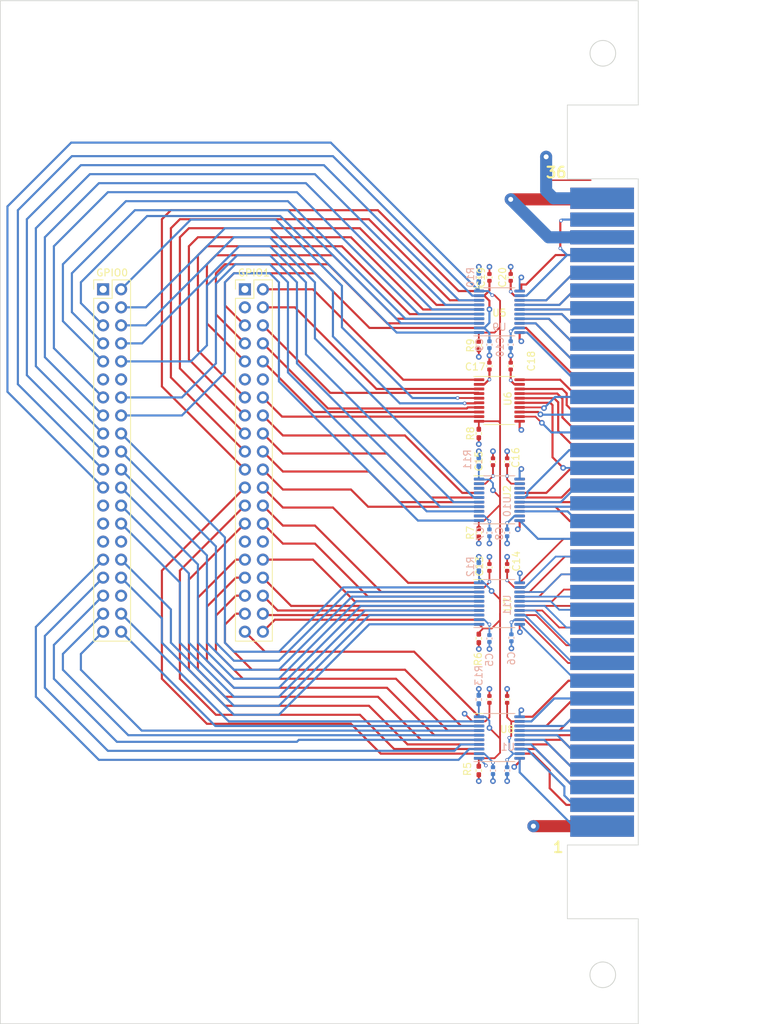
<source format=kicad_pcb>
(kicad_pcb (version 20221018) (generator pcbnew)
  (layers (0 "F.Cu" signal) (1 "In1.Cu" signal) (2 "In2.Cu" signal) (31 "B.Cu" signal) (34 "B.Paste" user) (35 "F.Paste" user) (36 "B.SilkS" user "B.Silkscreen") (37 "F.SilkS" user "F.Silkscreen") (38 "B.Mask" user) (39 "F.Mask" user) (44 "Edge.Cuts" user))
  (net 0 "")
  (net 1 "GND")
  (net 2 "(2)CPUA11")
  (net 3 "(3)CPUA10")
  (net 4 "(4)CPUA9")
  (net 5 "(5)CPUA8")
  (net 6 "(6)CPUA7")
  (net 7 "(7)CPUA6")
  (net 8 "(8)CPUA5")
  (net 9 "(9)CPUA4")
  (net 10 "(10)CPUA3")
  (net 11 "(11)CPUA2")
  (net 12 "(12)CPUA1")
  (net 13 "(13)CPUA0")
  (net 14 "(14)CPU.R{slash}W")
  (net 15 "(15){slash}IRQ")
  (net 16 "(16)EXP0")
  (net 17 "(17)EXP1")
  (net 18 "(18)EXP2")
  (net 19 "(19)EXP3")
  (net 20 "(20)EXP4")
  (net 21 "(21)PPU{slash}RD")
  (net 22 "(22)CIRAMA10")
  (net 23 "(23)PPUA6")
  (net 24 "(24)PPUA5")
  (net 25 "(25)PPUA4")
  (net 26 "(26)PPUA3")
  (net 27 "(27)PPUA2")
  (net 28 "(28)PPUA1")
  (net 29 "(29)PPUA0")
  (net 30 "(33)PPUD3")
  (net 31 "(32)PPUD2")
  (net 32 "(31)PPUD1")
  (net 33 "(30)PPUD0")
  (net 34 "(34)CICtoPak")
  (net 35 "(35)CICtoMB")
  (net 36 "(64)PPUA12")
  (net 37 "(65)PPUA13")
  (net 38 "(66)PPUD7")
  (net 39 "(67)PPUD6")
  (net 40 "(63)PPUA10")
  (net 41 "(58)PPU{slash}A13")
  (net 42 "(60)PPUA8")
  (net 43 "(59)PPUA7")
  (net 44 "(61)PPUA9")
  (net 45 "(62)PPUA11")
  (net 46 "(37)SYSTEM CLK")
  (net 47 "(38)M2")
  (net 48 "(39)CPUA12")
  (net 49 "(40)CPUA13")
  (net 50 "(53)EXP7")
  (net 51 "(51)EXP9")
  (net 52 "(52)EXP8")
  (net 53 "(42)CPUD7")
  (net 54 "(47)CPUD2")
  (net 55 "(56)PPU{slash}RD")
  (net 56 "(43)CPUD6")
  (net 57 "(45)CPUD4")
  (net 58 "(50){slash}ROMSEL ({slash}A15 + {slash}M2)")
  (net 59 "(46)CPUD3")
  (net 60 "(49)CPUD0")
  (net 61 "(55)EXP5")
  (net 62 "(48)CPUD1")
  (net 63 "(44)CPUD5")
  (net 64 "(41)CPUA14")
  (net 65 "(54)EXP6")
  (net 66 "(57)CIRAM{slash}CE")
  (net 67 "(68)PPUD5")
  (net 68 "(69)PPUD4")
  (net 69 "(30C)PPUD0")
  (net 70 "(31C)PPUD1")
  (net 71 "(32C)PPUD2")
  (net 72 "(33C)PPUD3")
  (net 73 "(69C)PPUD4")
  (net 74 "(68C)PPUD5")
  (net 75 "(67C)PPUD6")
  (net 76 "(66C)PPUD7")
  (net 77 "(49C)CPUD0")
  (net 78 "(48C)CPUD1")
  (net 79 "(47C)CPUD2")
  (net 80 "(46C)CPUD3")
  (net 81 "(45C)CPUD4")
  (net 82 "(44C)CPUD5")
  (net 83 "(43C)CPUD6")
  (net 84 "(42C)CPUD7")
  (net 85 "(39C)CPUA12")
  (net 86 "(40C)CPUA13")
  (net 87 "(41C)CPUA14")
  (net 88 "(2C)CPUA11")
  (net 89 "(3C)CPUA10")
  (net 90 "(4C)CPUA9")
  (net 91 "(5C)CPUA8")
  (net 92 "(6C)CPUA7")
  (net 93 "(7C)CPUA6")
  (net 94 "(8C)CPUA5")
  (net 95 "(9C)CPUA4")
  (net 96 "(10C)CPUA3")
  (net 97 "(11C)CPUA2")
  (net 98 "(12C)CPUA1")
  (net 99 "(13C)CPUA0")
  (net 100 "(65C)PPUA13")
  (net 101 "(64C)PPUA12")
  (net 102 "(63C)PPUA10")
  (net 103 "(62C)PPUA11")
  (net 104 "(61C)PPUA9")
  (net 105 "+5V")
  (net 106 "(59C)PPUA7")
  (net 107 "(23C)PPUA6")
  (net 108 "(24C)PPUA5")
  (net 109 "(25C)PPUA4")
  (net 110 "(26C)PPUA3")
  (net 111 "(27C)PPUA2")
  (net 112 "(28C)PPUA1")
  (net 113 "(29C)PPUA0")
  (net 115 "(14C)CPU.R{slash}W")
  (net 116 "(15C){slash}IRQ")
  (net 117 "(57C)CIRAM{slash}CE")
  (net 118 "(22C)CIRAMA10")
  (net 120 "(38C)M2")
  (net 121 "(50C){slash}ROMSEL ({slash}A15 + {slash}M2)")
  (net 122 "(37C)SYSTEM CLK")
  (net 123 "(58C)PPU{slash}A13")
  (net 124 "(21C)PPU{slash}RD")
  (net 125 "(56C)PPU{slash}RD")
  (net 126 "(20C)EXP4")
  (net 127 "(55C)EXP5")
  (net 128 "(54C)EXP6")
  (net 129 "(19C)EXP3")
  (net 130 "(53C)EXP7")
  (net 131 "(18C)EXP2")
  (net 132 "(52C)EXP8")
  (net 133 "(17C)EXP1")
  (net 134 "(51C)EXP9")
  (net 135 "(16C)EXP0")
  (net 144 "+3.3V")
  (net 145 "(60C)PPUA8")
  (net 153 "OE_FPGA")
  (footprint "Resistor_SMD:R_0402_1005Metric_Pad0.72x0.64mm_HandSolder" (layer "F.Cu") (at 142.5 68.6 90)
    (fp_text reference "R9")
    (fp_text value "R")
  )
  (footprint "Connector_PinHeader_2.54mm:PinHeader_2x20_P2.54mm_Vertical" (layer "F.Cu") (at 109.5 60.68)
    (fp_text reference "GPIO1")
    (fp_text value "Conn_02x20_Odd_Even")
  )
  (footprint "Capacitor_SMD:C_0402_1005Metric" (layer "F.Cu") (at 147 59 90)
    (fp_text reference "C20")
    (fp_text value "100n")
  )
  (footprint "Connector_PinHeader_2.54mm:PinHeader_2x20_P2.54mm_Vertical" (layer "F.Cu") (at 89.5 60.68)
    (fp_text reference "GPIO0")
    (fp_text value "Conn_02x20_Odd_Even")
  )
  (footprint "Package_SO:TSSOP-20_4.4x6.5mm_P0.65mm" (layer "F.Cu") (at 145.4 63.85)
    (fp_text reference "U5")
    (fp_text value "TXS0108EPW")
  )
  (footprint "OPENTENDO:NES_Edge_Connector" (layer "F.Cu") (at 153.65 154.1 90)
    (fp_text reference "J1" hide)
    (fp_text value "Conn_02x36_Top_Bottom" hide)
  )
  (footprint "Resistor_SMD:R_0402_1005Metric_Pad0.72x0.64mm_HandSolder" (layer "F.Cu") (at 142.5 109.88 90)
    (fp_text reference "R6")
    (fp_text value "R")
  )
  (footprint "Capacitor_SMD:C_0402_1005Metric" (layer "F.Cu") (at 147 71.5 90)
    (fp_text reference "C18")
    (fp_text value "100n")
  )
  (footprint "Resistor_SMD:R_0402_1005Metric_Pad0.72x0.64mm_HandSolder" (layer "F.Cu") (at 142.5 81 90)
    (fp_text reference "R8")
    (fp_text value "R")
  )
  (footprint "Capacitor_SMD:C_0402_1005Metric" (layer "F.Cu") (at 146.5 118.48 90)
    (fp_text reference "C12" hide)
    (fp_text value "100n")
  )
  (footprint "Package_SO:TSSOP-20_4.4x6.5mm_P0.65mm" (layer "F.Cu") (at 145.4 123.85)
    (fp_text reference "U8")
    (fp_text value "TXS0108EPW")
  )
  (footprint "Capacitor_SMD:C_0402_1005Metric" (layer "F.Cu") (at 146.5 99.88 90)
    (fp_text reference "C14")
    (fp_text value "100n")
  )
  (footprint "Resistor_SMD:R_0402_1005Metric_Pad0.72x0.64mm_HandSolder" (layer "F.Cu") (at 142.5 95 90)
    (fp_text reference "R7")
    (fp_text value "R")
  )
  (footprint "Package_SO:TSSOP-20_4.4x6.5mm_P0.65mm" (layer "F.Cu") (at 145.4 104.975)
    (fp_text reference "U7")
    (fp_text value "TXS0108EPW")
  )
  (footprint "Capacitor_SMD:C_0402_1005Metric" (layer "F.Cu") (at 144 59 90)
    (fp_text reference "C19")
    (fp_text value "100n")
  )
  (footprint "Capacitor_SMD:C_0402_1005Metric" (layer "F.Cu") (at 144.5 84.98 90)
    (fp_text reference "C15")
    (fp_text value "100n")
  )
  (footprint "Capacitor_SMD:C_0402_1005Metric" (layer "F.Cu") (at 144 71.5 90)
    (fp_text reference "C17")
    (fp_text value "100n" hide)
  )
  (footprint "Resistor_SMD:R_0402_1005Metric_Pad0.72x0.64mm_HandSolder" (layer "F.Cu") (at 142.5 128.5 90)
    (fp_text reference "R5")
    (fp_text value "R")
  )
  (footprint "Package_SO:TSSOP-20_4.4x6.5mm_P0.65mm" (layer "F.Cu") (at 145.4 76.35)
    (fp_text reference "U6")
    (fp_text value "TXS0108EPW" hide)
  )
  (footprint "Capacitor_SMD:C_0402_1005Metric" (layer "F.Cu") (at 146.5 84.98 90)
    (fp_text reference "C16")
    (fp_text value "100n")
  )
  (footprint "Capacitor_SMD:C_0402_1005Metric" (layer "F.Cu") (at 144 99.88 90)
    (fp_text reference "C13")
    (fp_text value "100n")
  )
  (footprint "Package_SO:TSSOP-20_4.4x6.5mm_P0.65mm" (layer "F.Cu") (at 145.4 90.35)
    (fp_text reference "U2")
    (fp_text value "TXS0108EPW")
  )
  (footprint "Capacitor_SMD:C_0402_1005Metric" (layer "F.Cu") (at 144 118.48 90)
    (fp_text reference "C11" hide)
    (fp_text value "100n")
  )
  (footprint "Package_SO:TSSOP-20_4.4x6.5mm_P0.65mm" (layer "B.Cu") (at 145.4 123.855)
    (fp_text reference "U1")
    (fp_text value "TXS0108EPW")
  )
  (footprint "Package_SO:TSSOP-20_4.4x6.5mm_P0.65mm" (layer "B.Cu") (at 145.4 104.97)
    (fp_text reference "U11")
    (fp_text value "TXS0108EPW")
  )
  (footprint "Resistor_SMD:R_0402_1005Metric_Pad0.72x0.64mm_HandSolder" (layer "B.Cu") (at 142.5 85 -90)
    (fp_text reference "R11")
    (fp_text value "R")
  )
  (footprint "Capacitor_SMD:C_0402_1005Metric" (layer "B.Cu") (at 144 95 -90)
    (fp_text reference "C7")
    (fp_text value "100n")
  )
  (footprint "Capacitor_SMD:C_0402_1005Metric" (layer "B.Cu") (at 144 68.48 -90)
    (fp_text reference "C9")
    (fp_text value "100n")
  )
  (footprint "Resistor_SMD:R_0402_1005Metric_Pad0.72x0.64mm_HandSolder" (layer "B.Cu") (at 142.5 59 -90)
    (fp_text reference "R10")
    (fp_text value "R")
  )
  (footprint "Capacitor_SMD:C_0402_1005Metric" (layer "B.Cu") (at 147 68.48 -90)
    (fp_text reference "C10")
    (fp_text value "100n")
  )
  (footprint "Capacitor_SMD:C_0402_1005Metric" (layer "B.Cu") (at 144 109.9 -90)
    (fp_text reference "C5")
    (fp_text value "100n")
  )
  (footprint "Resistor_SMD:R_0402_1005Metric_Pad0.72x0.64mm_HandSolder" (layer "B.Cu") (at 142.5 118.5 -90)
    (fp_text reference "R13")
    (fp_text value "R")
  )
  (footprint "Package_SO:TSSOP-20_4.4x6.5mm_P0.65mm" (layer "B.Cu") (at 145.4 90.35)
    (fp_text reference "U10")
    (fp_text value "TXS0108EPW")
  )
  (footprint "Resistor_SMD:R_0402_1005Metric_Pad0.72x0.64mm_HandSolder" (layer "B.Cu") (at 142.5 99.7825 -90)
    (fp_text reference "R12")
    (fp_text value "R")
  )
  (footprint "Capacitor_SMD:C_0402_1005Metric" (layer "B.Cu") (at 146.5 95 -90)
    (fp_text reference "C8")
    (fp_text value "100n")
  )
  (footprint "Package_SO:TSSOP-20_4.4x6.5mm_P0.65mm" (layer "B.Cu") (at 145.4 63.85)
    (fp_text reference "U9")
    (fp_text value "TXS0108EPW")
  )
  (footprint "Capacitor_SMD:C_0402_1005Metric" (layer "B.Cu") (at 147.1 109.8 -90)
    (fp_text reference "C6")
    (fp_text value "100n")
  )
  (footprint "Capacitor_SMD:C_0402_1005Metric" (layer "B.Cu") (at 144.5 128.52 -90)
    (fp_text reference "C3" hide)
    (fp_text value "100n")
  )
  (footprint "Capacitor_SMD:C_0402_1005Metric" (layer "B.Cu") (at 146.5 128.52 -90)
    (fp_text reference "C4" hide)
    (fp_text value "100n")
  )
  (gr_line locked (start 152.6 45.3) (end 158.3 45.3) (stroke (width 0.2)) (layer "F.Cu"))
  (gr_line (start 165 149.4) (end 155 149.4) (stroke (width 0.1)) (layer "Edge.Cuts"))
  (gr_line (start 155 34.7) (end 165 34.7) (stroke (width 0.1)) (layer "Edge.Cuts"))
  (gr_line (start 155 149.4) (end 155 139) (stroke (width 0.1)) (layer "Edge.Cuts"))
  (gr_line (start 165 164.2) (end 165 149.4) (stroke (width 0.1)) (layer "Edge.Cuts"))
  (gr_line (start 165 20) (end 75 20) (stroke (width 0.1)) (layer "Edge.Cuts"))
  (gr_circle (center 160 27.41) (end 161.81 27.41) (stroke (width 0.12)) (fill none) (layer "Edge.Cuts"))
  (gr_circle (center 159.99 157.3) (end 161.8 157.3) (stroke (width 0.12)) (fill none) (layer "Edge.Cuts"))
  (gr_line (start 75 20) (end 75 164.2) (stroke (width 0.1)) (layer "Edge.Cuts"))
  (gr_line (start 155 45.1) (end 155 34.7) (stroke (width 0.1)) (layer "Edge.Cuts"))
  (gr_line (start 165 139) (end 165 45.1) (stroke (width 0.1)) (layer "Edge.Cuts"))
  (gr_line (start 155 139) (end 165 139) (stroke (width 0.1)) (layer "Edge.Cuts"))
  (gr_line (start 165 34.7) (end 165 20) (stroke (width 0.1)) (layer "Edge.Cuts"))
  (gr_line (start 75 164.2) (end 165 164.2) (stroke (width 0.1)) (layer "Edge.Cuts"))
  (gr_line (start 165 45.1) (end 155 45.1) (stroke (width 0.1)) (layer "Edge.Cuts"))
  (gr_text "1\n" (at 152.8 140.2) (layer "F.SilkS") (effects (font (size 1.5 1.5) (thickness 0.3) bold) (justify left bottom)))
  (gr_text "36" (at 151.8 45.1) (layer "F.SilkS") (effects (font (size 1.5 1.5) (thickness 0.3) bold) (justify left bottom)))
  (segment (start 142.5 130) (end 142.5 129.0975) (width 0.25) (layer "F.Cu") (net 1))
  (segment (start 148.2625 127.2375) (end 147.5 128) (width 0.3) (layer "F.Cu") (net 1))
  (segment (start 148.2625 93.275) (end 148.2625 94.2375) (width 0.3) (layer "F.Cu") (net 1))
  (segment (start 144 118) (end 144 117) (width 0.25) (layer "F.Cu") (net 1))
  (segment (start 144.5 84.5) (end 144.5 83.5) (width 0.25) (layer "F.Cu") (net 1))
  (segment (start 142.5 81.5975) (end 142.5 82.5) (width 0.25) (layer "F.Cu") (net 1))
  (segment (start 142.5 110.4775) (end 142.5 111.38) (width 0.25) (layer "F.Cu") (net 1))
  (segment (start 148.2625 67.7625) (end 148.5 68) (width 0.3) (layer "F.Cu") (net 1))
  (segment (start 144 58.52) (end 144 57.5) (width 0.25) (layer "F.Cu") (net 1))
  (segment (start 144 70) (end 144 71.02) (width 0.3) (layer "F.Cu") (net 1))
  (segment (start 147 70) (end 147 71.02) (width 0.3) (layer "F.Cu") (net 1))
  (segment (start 159.9 136.35) (end 150.2 136.35) (width 1.7) (layer "F.Cu") (net 1))
  (segment (start 142.5 69) (end 142.5 70.2) (width 0.25) (layer "F.Cu") (net 1))
  (segment (start 147 58.52) (end 147 57.5) (width 0.25) (layer "F.Cu") (net 1))
  (segment (start 144 99.4) (end 144 98.38) (width 0.25) (layer "F.Cu") (net 1))
  (segment (start 148.2625 80.2625) (end 148.5 80.5) (width 0.3) (layer "F.Cu") (net 1))
  (segment (start 159.9 136.35) (end 159.55 136) (width 0.25) (layer "F.Cu") (net 1))
  (segment (start 148.2625 107.9) (end 148.2625 108.9625) (width 0.25) (layer "F.Cu") (net 1))
  (segment (start 142.5 95.5975) (end 142.5 96.5) (width 0.25) (layer "F.Cu") (net 1))
  (segment (start 146.5 99.4) (end 146.5 98.38) (width 0.25) (layer "F.Cu") (net 1))
  (segment (start 148.2625 108.9625) (end 148.3 109) (width 0.25) (layer "F.Cu") (net 1))
  (segment (start 146.5 118) (end 146.5 117) (width 0.25) (layer "F.Cu") (net 1))
  (segment (start 146.5 84.5) (end 146.5 83.5) (width 0.25) (layer "F.Cu") (net 1))
  (segment (start 148.2625 94.2375) (end 148 94.5) (width 0.3) (layer "F.Cu") (net 1))
  (segment (start 148.2625 126.775) (end 148.2625 127.2375) (width 0.3) (layer "F.Cu") (net 1))
  (segment (start 148.2625 79.275) (end 148.2625 80.2625) (width 0.3) (layer "F.Cu") (net 1))
  (segment (start 148.2625 66.775) (end 148.2625 67.7625) (width 0.3) (layer "F.Cu") (net 1))
  (via (at 150.2 136.35) (size 1.7) (drill 0.7) (layers "F.Cu" "B.Cu") (net 1))
  (via (at 148.5 59) (size 0.8) (drill 0.4) (layers "F.Cu" "B.Cu") (net 1))
  (via (at 152 42) (size 1.7) (drill 0.7) (layers "F.Cu" "B.Cu") (net 1))
  (via (at 142.5 82.5) (size 0.8) (drill 0.4) (layers "F.Cu" "B.Cu") (net 1))
  (via (at 146.5 117) (size 0.8) (drill 0.4) (layers "F.Cu" "B.Cu") (net 1))
  (via (at 148.3 100.7) (size 0.8) (drill 0.4) (layers "F.Cu" "B.Cu") (net 1))
  (via (at 144.5 130) (size 0.8) (drill 0.4) (layers "F.Cu" "B.Cu") (net 1))
  (via (at 142.5 70.2) (size 0.8) (drill 0.4) (layers "F.Cu" "B.Cu") (net 1))
  (via (at 148.3 109) (size 0.8) (drill 0.4) (layers "F.Cu" "B.Cu") (net 1))
  (via (at 147.1 111.3) (size 0.8) (drill 0.4) (layers "F.Cu" "B.Cu") (net 1))
  (via (at 144.5 83.5) (size 0.8) (drill 0.4) (layers "F.Cu" "B.Cu") (net 1))
  (via (at 147 70) (size 0.8) (drill 0.4) (layers "F.Cu" "B.Cu") (net 1))
  (via (at 147 57.5) (size 0.8) (drill 0.4) (layers "F.Cu" "B.Cu") (net 1))
  (via (at 144 117) (size 0.8) (drill 0.4) (layers "F.Cu" "B.Cu") (net 1))
  (via (at 144 70) (size 0.8) (drill 0.4) (layers "F.Cu" "B.Cu") (net 1))
  (via (at 148.5 80.5) (size 0.8) (drill 0.4) (layers "F.Cu" "B.Cu") (net 1))
  (via (at 146.5 130) (size 0.8) (drill 0.4) (layers "F.Cu" "B.Cu") (net 1))
  (via (at 146.5 96.5) (size 0.8) (drill 0.4) (layers "F.Cu" "B.Cu") (net 1))
  (via (at 142.5 117) (size 0.8) (drill 0.4) (layers "F.Cu" "B.Cu") (net 1))
  (via (at 144 57.5) (size 0.8) (drill 0.4) (layers "F.Cu" "B.Cu") (net 1))
  (via (at 142.5 111.38) (size 0.8) (drill 0.4) (layers "F.Cu" "B.Cu") (net 1))
  (via (at 148.5 120) (size 0.8) (drill 0.4) (layers "F.Cu" "B.Cu") (net 1))
  (via (at 148.5 86) (size 0.8) (drill 0.4) (layers "F.Cu" "B.Cu") (net 1))
  (via (at 148.5 68) (size 0.8) (drill 0.4) (layers "F.Cu" "B.Cu") (net 1))
  (via (at 142.5 57.5) (size 0.8) (drill 0.4) (layers "F.Cu" "B.Cu") (net 1))
  (via (at 144 96.5) (size 0.8) (drill 0.4) (layers "F.Cu" "B.Cu") (net 1))
  (via (at 142.5 98.38) (size 0.8) (drill 0.4) (layers "F.Cu" "B.Cu") (net 1))
  (via (at 146.5 98.38) (size 0.8) (drill 0.4) (layers "F.Cu" "B.Cu") (net 1))
  (via (at 142.5 83.5) (size 0.8) (drill 0.4) (layers "F.Cu" "B.Cu") (net 1))
  (via (at 147.5 128) (size 0.8) (drill 0.4) (layers "F.Cu" "B.Cu") (net 1))
  (via (at 142.5 96.5) (size 0.8) (drill 0.4) (layers "F.Cu" "B.Cu") (net 1))
  (via (at 146.5 83.5) (size 0.8) (drill 0.4) (layers "F.Cu" "B.Cu") (net 1))
  (via (at 142.5 130) (size 0.8) (drill 0.4) (layers "F.Cu" "B.Cu") (net 1))
  (via (at 144 98.38) (size 0.8) (drill 0.4) (layers "F.Cu" "B.Cu") (net 1))
  (via (at 144 111.38) (size 0.8) (drill 0.4) (layers "F.Cu" "B.Cu") (net 1))
  (via (at 148 94.5) (size 0.8) (drill 0.4) (layers "F.Cu" "B.Cu") (net 1))
  (segment (start 153.05 47.85) (end 152 46.8) (width 1.7) (layer "B.Cu") (net 1))
  (segment (start 144 96.5) (end 144 95.48) (width 0.25) (layer "B.Cu") (net 1))
  (segment (start 152 46.8) (end 152 42) (width 1.7) (layer "B.Cu") (net 1))
  (segment (start 148.265 120.93) (end 148.265 120.235) (width 0.3) (layer "B.Cu") (net 1))
  (segment (start 148.2625 60.925) (end 148.2625 59.2375) (width 0.25) (layer "B.Cu") (net 1))
  (segment (start 142.5 84.4025) (end 142.5 83.5) (width 0.25) (layer "B.Cu") (net 1))
  (segment (start 147.1 111.3) (end 147.1 110.28) (width 0.25) (layer "B.Cu") (net 1))
  (segment (start 147 68.96) (end 147 70) (width 0.3) (layer "B.Cu") (net 1))
  (segment (start 148.2625 102.045) (end 148.2625 100.7375) (width 0.25) (layer "B.Cu") (net 1))
  (segment (start 148.2625 100.7375) (end 148.3 100.7) (width 0.25) (layer "B.Cu") (net 1))
  (segment (start 144 111.38) (end 144 110.38) (width 0.25) (layer "B.Cu") (net 1))
  (segment (start 144.5 130) (end 144.5 129) (width 0.25) (layer "B.Cu") (net 1))
  (segment (start 148.265 120.235) (end 148.5 120) (width 0.3) (layer "B.Cu") (net 1))
  (segment (start 144 68.96) (end 144 70) (width 0.3) (layer "B.Cu") (net 1))
  (segment (start 142.5 117.9025) (end 142.5 117) (width 0.25) (layer "B.Cu") (net 1))
  (segment (start 159.9 47.85) (end 153.05 47.85) (width 1.7) (layer "B.Cu") (net 1))
  (segment (start 142.5 99.185) (end 142.5 98.38) (width 0.25) (layer "B.Cu") (net 1))
  (segment (start 146.5 96.5) (end 146.5 95.48) (width 0.25) (layer "B.Cu") (net 1))
  (segment (start 146.5 130) (end 146.5 129) (width 0.25) (layer "B.Cu") (net 1))
  (segment (start 148.2625 59.2375) (end 148.5 59) (width 0.25) (layer "B.Cu") (net 1))
  (segment (start 148.2625 87.425) (end 148.2625 86.2375) (width 0.3) (layer "B.Cu") (net 1))
  (segment (start 142.5 58.4025) (end 142.5 57.5) (width 0.25) (layer "B.Cu") (net 1))
  (segment (start 148.2625 86.2375) (end 148.5 86) (width 0.3) (layer "B.Cu") (net 1))
  (segment (start 150.125 126.125) (end 152.5 128.5) (width 0.3) (layer "F.Cu") (net 2))
  (segment (start 148.2625 126.125) (end 150.125 126.125) (width 0.3) (layer "F.Cu") (net 2))
  (segment (start 154.85 133.35) (end 159.9 133.35) (width 0.3) (layer "F.Cu") (net 2))
  (segment (start 152.5 128.5) (end 152.5 131) (width 0.3) (layer "F.Cu") (net 2))
  (segment (start 152.5 131) (end 154.85 133.35) (width 0.3) (layer "F.Cu") (net 2))
  (segment (start 155.9 130.85) (end 159.4 130.85) (width 0.3) (layer "F.Cu") (net 3))
  (segment (start 150.525 125.475) (end 155.9 130.85) (width 0.3) (layer "F.Cu") (net 3))
  (segment (start 148.2625 125.475) (end 150.525 125.475) (width 0.3) (layer "F.Cu") (net 3))
  (segment (start 148.2625 124.825) (end 152.375 124.825) (width 0.3) (layer "F.Cu") (net 4))
  (segment (start 155.9 128.35) (end 159.4 128.35) (width 0.3) (layer "F.Cu") (net 4))
  (segment (start 152.375 124.825) (end 155.9 128.35) (width 0.3) (layer "F.Cu") (net 4))
  (segment (start 148.2625 124.175) (end 154.225 124.175) (width 0.3) (layer "F.Cu") (net 5))
  (segment (start 154.225 124.175) (end 155.9 125.85) (width 0.3) (layer "F.Cu") (net 5))
  (segment (start 155.9 125.85) (end 159.4 125.85) (width 0.3) (layer "F.Cu") (net 5))
  (segment (start 148.2625 123.525) (end 159.225 123.525) (width 0.3) (layer "F.Cu") (net 6))
  (segment (start 159.225 123.525) (end 159.4 123.35) (width 0.3) (layer "F.Cu") (net 6))
  (segment (start 148.2625 122.875) (end 153.875 122.875) (width 0.3) (layer "F.Cu") (net 7))
  (segment (start 155.9 120.85) (end 159.4 120.85) (width 0.3) (layer "F.Cu") (net 7))
  (segment (start 153.875 122.875) (end 155.9 120.85) (width 0.3) (layer "F.Cu") (net 7))
  (segment (start 148.2625 122.225) (end 152.025 122.225) (width 0.3) (layer "F.Cu") (net 8))
  (segment (start 155.9 118.35) (end 159.4 118.35) (width 0.3) (layer "F.Cu") (net 8))
  (segment (start 152.025 122.225) (end 155.9 118.35) (width 0.3) (layer "F.Cu") (net 8))
  (segment (start 155.15 115.85) (end 159.9 115.85) (width 0.3) (layer "F.Cu") (net 9))
  (segment (start 150.075 120.925) (end 155.15 115.85) (width 0.3) (layer "F.Cu") (net 9))
  (segment (start 148.2625 120.925) (end 150.075 120.925) (width 0.3) (layer "F.Cu") (net 9))
  (segment (start 148.999999 107.25) (end 155.099999 113.35) (width 0.25) (layer "F.Cu") (net 10))
  (segment (start 155.099999 113.35) (end 159.9 113.35) (width 0.25) (layer "F.Cu") (net 10))
  (segment (start 148.2625 107.25) (end 148.999999 107.25) (width 0.25) (layer "F.Cu") (net 10))
  (segment (start 154.85 110.85) (end 159.9 110.85) (width 0.25) (layer "F.Cu") (net 11))
  (segment (start 148.2625 106.6) (end 150.6 106.6) (width 0.25) (layer "F.Cu") (net 11))
  (segment (start 150.6 106.6) (end 154.85 110.85) (width 0.25) (layer "F.Cu") (net 11))
  (segment (start 148.2625 105.95) (end 151.45 105.95) (width 0.25) (layer "F.Cu") (net 12))
  (segment (start 153.85 108.35) (end 159.9 108.35) (width 0.25) (layer "F.Cu") (net 12))
  (segment (start 151.45 105.95) (end 153.85 108.35) (width 0.25) (layer "F.Cu") (net 12))
  (segment (start 159.35 105.3) (end 159.9 105.85) (width 0.25) (layer "F.Cu") (net 13))
  (segment (start 148.2625 105.3) (end 159.35 105.3) (width 0.25) (layer "F.Cu") (net 13))
  (segment (start 156.4 103.35) (end 156.05 103) (width 0.25) (layer "F.Cu") (net 14))
  (segment (start 156.05 103) (end 154.5 103) (width 0.25) (layer "F.Cu") (net 14))
  (segment (start 154.5 103) (end 152.85 104.65) (width 0.25) (layer "F.Cu") (net 14))
  (segment (start 159.9 103.35) (end 156.4 103.35) (width 0.25) (layer "F.Cu") (net 14))
  (segment (start 152.85 104.65) (end 148.2625 104.65) (width 0.25) (layer "F.Cu") (net 14))
  (segment (start 159.9 100.85) (end 154.15 100.85) (width 0.25) (layer "F.Cu") (net 15))
  (segment (start 151 104) (end 148.2625 104) (width 0.25) (layer "F.Cu") (net 15))
  (segment (start 154.15 100.85) (end 151 104) (width 0.25) (layer "F.Cu") (net 15))
  (segment (start 149.65 103.35) (end 154.65 98.35) (width 0.25) (layer "F.Cu") (net 16))
  (segment (start 148.2625 103.35) (end 149.65 103.35) (width 0.25) (layer "F.Cu") (net 16))
  (segment (start 154.65 98.35) (end 159.9 98.35) (width 0.25) (layer "F.Cu") (net 16))
  (segment (start 148.2625 102.05) (end 154.4625 95.85) (width 0.25) (layer "F.Cu") (net 17))
  (segment (start 154.4625 95.85) (end 159.9 95.85) (width 0.25) (layer "F.Cu") (net 17))
  (segment (start 155.35 93.35) (end 159.9 93.35) (width 0.3) (layer "F.Cu") (net 18))
  (segment (start 153.325 91.325) (end 155.35 93.35) (width 0.3) (layer "F.Cu") (net 18))
  (segment (start 148.2625 91.325) (end 153.325 91.325) (width 0.3) (layer "F.Cu") (net 18))
  (segment (start 159.725 90.675) (end 159.9 90.85) (width 0.3) (layer "F.Cu") (net 19))
  (segment (start 148.2625 90.675) (end 159.725 90.675) (width 0.3) (layer "F.Cu") (net 19))
  (segment (start 148.2625 90.025) (end 154.175 90.025) (width 0.3) (layer "F.Cu") (net 20))
  (segment (start 155.85 88.35) (end 159.9 88.35) (width 0.3) (layer "F.Cu") (net 20))
  (segment (start 154.175 90.025) (end 155.85 88.35) (width 0.3) (layer "F.Cu") (net 20))
  (segment (start 155.55 85.85) (end 159.9 85.85) (width 0.3) (layer "F.Cu") (net 21))
  (segment (start 152.025 89.375) (end 155.55 85.85) (width 0.3) (layer "F.Cu") (net 21))
  (segment (start 148.2625 89.375) (end 152.025 89.375) (width 0.3) (layer "F.Cu") (net 21))
  (segment (start 153.7 76.6) (end 153.7 80.65) (width 0.3) (layer "F.Cu") (net 22))
  (segment (start 156.4 83.35) (end 159.9 83.35) (width 0.3) (layer "F.Cu") (net 22))
  (segment (start 153.125 76.025) (end 153.7 76.6) (width 0.3) (layer "F.Cu") (net 22))
  (segment (start 148.2625 76.025) (end 153.125 76.025) (width 0.3) (layer "F.Cu") (net 22))
  (segment (start 153.7 80.65) (end 156.4 83.35) (width 0.3) (layer "F.Cu") (net 22))
  (segment (start 156.4 80.85) (end 159.9 80.85) (width 0.3) (layer "F.Cu") (net 23))
  (segment (start 154.3 78.75) (end 156.4 80.85) (width 0.3) (layer "F.Cu") (net 23))
  (segment (start 148.2625 75.375) (end 153.575 75.375) (width 0.3) (layer "F.Cu") (net 23))
  (segment (start 154.3 76.1) (end 154.3 78.75) (width 0.3) (layer "F.Cu") (net 23))
  (segment (start 153.575 75.375) (end 154.3 76.1) (width 0.3) (layer "F.Cu") (net 23))
  (segment (start 154.9 77) (end 156.25 78.35) (width 0.3) (layer "F.Cu") (net 24))
  (segment (start 148.2625 74.725) (end 154.275 74.725) (width 0.3) (layer "F.Cu") (net 24))
  (segment (start 154.9 75.35) (end 154.9 77) (width 0.3) (layer "F.Cu") (net 24))
  (segment (start 154.275 74.725) (end 154.9 75.35) (width 0.3) (layer "F.Cu") (net 24))
  (segment (start 156.25 78.35) (end 159.9 78.35) (width 0.3) (layer "F.Cu") (net 24))
  (segment (start 156.4 75.85) (end 153.975 73.425) (width 0.3) (layer "F.Cu") (net 25))
  (segment (start 156.425 76.025) (end 159.725 76.025) (width 0.25) (layer "F.Cu") (net 25))
  (segment (start 159.725 76.025) (end 159.9 75.85) (width 0.25) (layer "F.Cu") (net 25))
  (segment (start 159.9 75.85) (end 156.4 75.85) (width 0.3) (layer "F.Cu") (net 25))
  (segment (start 153.975 73.425) (end 148.2625 73.425) (width 0.3) (layer "F.Cu") (net 25))
  (segment (start 156.405024 73.35) (end 159.9 73.35) (width 0.3) (layer "F.Cu") (net 26))
  (segment (start 148.2625 66.125) (end 149.180024 66.125) (width 0.3) (layer "F.Cu") (net 26))
  (segment (start 149.180024 66.125) (end 156.405024 73.35) (width 0.3) (layer "F.Cu") (net 26))
  (segment (start 155.9 70.85) (end 159.4 70.85) (width 0.3) (layer "F.Cu") (net 27))
  (segment (start 150.525 65.475) (end 155.9 70.85) (width 0.3) (layer "F.Cu") (net 27))
  (segment (start 148.2625 65.475) (end 150.525 65.475) (width 0.3) (layer "F.Cu") (net 27))
  (segment (start 155.9 68.35) (end 159.4 68.35) (width 0.3) (layer "F.Cu") (net 28))
  (segment (start 148.2625 64.825) (end 152.375 64.825) (width 0.3) (layer "F.Cu") (net 28))
  (segment (start 152.375 64.825) (end 155.9 68.35) (width 0.3) (layer "F.Cu") (net 28))
  (segment (start 148.2625 64.175) (end 154.225 64.175) (width 0.3) (layer "F.Cu") (net 29))
  (segment (start 155.9 65.85) (end 159.4 65.85) (width 0.3) (layer "F.Cu") (net 29))
  (segment (start 154.225 64.175) (end 155.9 65.85) (width 0.3) (layer "F.Cu") (net 29))
  (segment (start 159.225 63.525) (end 159.4 63.35) (width 0.3) (layer "F.Cu") (net 30))
  (segment (start 148.2625 63.525) (end 159.225 63.525) (width 0.3) (layer "F.Cu") (net 30))
  (segment (start 153.875 62.875) (end 155.9 60.85) (width 0.3) (layer "F.Cu") (net 31))
  (segment (start 155.9 60.85) (end 159.4 60.85) (width 0.3) (layer "F.Cu") (net 31))
  (segment (start 148.2625 62.875) (end 153.875 62.875) (width 0.3) (layer "F.Cu") (net 31))
  (segment (start 148.2625 62.225) (end 152.025 62.225) (width 0.3) (layer "F.Cu") (net 32))
  (segment (start 152.025 62.225) (end 155.9 58.35) (width 0.3) (layer "F.Cu") (net 32))
  (segment (start 155.9 58.35) (end 159.4 58.35) (width 0.3) (layer "F.Cu") (net 32))
  (segment (start 153.3375 55.85) (end 159.9 55.85) (width 0.3) (layer "F.Cu") (net 33))
  (segment (start 148.5 60) (end 149.1875 60) (width 0.3) (layer "F.Cu") (net 33))
  (segment (start 149.1875 60) (end 153.3375 55.85) (width 0.3) (layer "F.Cu") (net 33))
  (segment (start 148.5 60.6875) (end 148.5 60) (width 0.3) (layer "F.Cu") (net 33))
  (segment (start 148.2625 60.925) (end 148.5 60.6875) (width 0.3) (layer "F.Cu") (net 33))
  (segment (start 148.2625 64.825) (end 152.375 64.825) (width 0.3) (layer "B.Cu") (net 36))
  (segment (start 152.375 64.825) (end 155.9 68.35) (width 0.3) (layer "B.Cu") (net 36))
  (segment (start 155.9 68.35) (end 159.4 68.35) (width 0.3) (layer "B.Cu") (net 36))
  (segment (start 148.2625 64.175) (end 154.225 64.175) (width 0.3) (layer "B.Cu") (net 37))
  (segment (start 155.9 65.85) (end 159.4 65.85) (width 0.3) (layer "B.Cu") (net 37))
  (segment (start 154.225 64.175) (end 155.9 65.85) (width 0.3) (layer "B.Cu") (net 37))
  (segment (start 159.225 63.525) (end 159.4 63.35) (width 0.3) (layer "B.Cu") (net 38))
  (segment (start 148.2625 63.525) (end 159.225 63.525) (width 0.3) (layer "B.Cu") (net 38))
  (segment (start 155.9 60.85) (end 159.4 60.85) (width 0.3) (layer "B.Cu") (net 39))
  (segment (start 148.2625 62.875) (end 153.875 62.875) (width 0.3) (layer "B.Cu") (net 39))
  (segment (start 153.875 62.875) (end 155.9 60.85) (width 0.3) (layer "B.Cu") (net 39))
  (segment (start 150.525 65.475) (end 155.9 70.85) (width 0.3) (layer "B.Cu") (net 40))
  (segment (start 148.2625 65.475) (end 150.525 65.475) (width 0.3) (layer "B.Cu") (net 40))
  (segment (start 155.9 70.85) (end 159.4 70.85) (width 0.3) (layer "B.Cu") (net 40))
  (segment (start 148.989168 90.025) (end 149.35 89.664168) (width 0.3) (layer "B.Cu") (net 41))
  (segment (start 149.35 89.25) (end 155.25 83.35) (width 0.3) (layer "B.Cu") (net 41))
  (segment (start 149.35 89.664168) (end 149.35 89.25) (width 0.3) (layer "B.Cu") (net 41))
  (segment (start 148.2625 90.025) (end 148.989168 90.025) (width 0.3) (layer "B.Cu") (net 41))
  (segment (start 155.25 83.35) (end 159.9 83.35) (width 0.3) (layer "B.Cu") (net 41))
  (segment (start 151.2 78.3) (end 151.299003 78.399003) (width 0.3) (layer "F.Cu") (net 42))
  (segment (start 148.2875 78) (end 148.2625 77.975) (width 0.3) (layer "F.Cu") (net 42))
  (segment (start 150.875 77.975) (end 151.2 78.3) (width 0.3) (layer "F.Cu") (net 42))
  (segment (start 148.2625 77.975) (end 150.875 77.975) (width 0.3) (layer "F.Cu") (net 42))
  (via (at 151.2 78.3) (size 0.8) (drill 0.4) (layers "F.Cu" "B.Cu") (net 42))
  (segment (start 151.2 78.3) (end 151.25 78.35) (width 0.3) (layer "B.Cu") (net 42))
  (segment (start 151.25 78.35) (end 159.9 78.35) (width 0.3) (layer "B.Cu") (net 42))
  (segment (start 150.499695 78.625) (end 151.374695 79.5) (width 0.25) (layer "F.Cu") (net 43))
  (segment (start 151.374695 79.5) (end 151.4 79.5) (width 0.25) (layer "F.Cu") (net 43))
  (segment (start 148.2625 78.625) (end 150.499695 78.625) (width 0.25) (layer "F.Cu") (net 43))
  (via (at 151.4 79.5) (size 0.8) (drill 0.4) (layers "F.Cu" "B.Cu") (net 43))
  (segment (start 152.75 80.85) (end 159.9 80.85) (width 0.3) (layer "B.Cu") (net 43))
  (segment (start 151.4 79.5) (end 152.75 80.85) (width 0.3) (layer "B.Cu") (net 43))
  (segment (start 151.6005 77.325) (end 151.7 77.4245) (width 0.25) (layer "F.Cu") (net 44))
  (segment (start 148.2625 77.325) (end 151.6005 77.325) (width 0.25) (layer "F.Cu") (net 44))
  (via (at 151.7 77.4245) (size 0.8) (drill 0.4) (layers "F.Cu" "B.Cu") (net 44))
  (segment (start 153.2745 75.85) (end 159.9 75.85) (width 0.3) (layer "B.Cu") (net 44))
  (segment (start 151.7 77.4245) (end 153.2745 75.85) (width 0.3) (layer "B.Cu") (net 44))
  (segment (start 149.325 66.775) (end 155.9 73.35) (width 0.3) (layer "B.Cu") (net 45))
  (segment (start 148.2625 66.775) (end 149.325 66.775) (width 0.3) (layer "B.Cu") (net 45))
  (segment (start 155.9 73.35) (end 159.4 73.35) (width 0.3) (layer "B.Cu") (net 45))
  (segment (start 148.265 126.78) (end 148.265 128.765) (width 0.3) (layer "B.Cu") (net 46))
  (segment (start 155.85 136.35) (end 159.9 136.35) (width 0.3) (layer "B.Cu") (net 46))
  (segment (start 148.265 128.765) (end 155.85 136.35) (width 0.3) (layer "B.Cu") (net 46))
  (segment (start 149.28 125.48) (end 154.575 130.775) (width 0.3) (layer "B.Cu") (net 47))
  (segment (start 148.265 125.48) (end 149.28 125.48) (width 0.3) (layer "B.Cu") (net 47))
  (segment (start 154.575 132.025) (end 155.9 133.35) (width 0.3) (layer "B.Cu") (net 47))
  (segment (start 154.575 130.775) (end 154.575 132.025) (width 0.3) (layer "B.Cu") (net 47))
  (segment (start 155.9 133.35) (end 159.4 133.35) (width 0.3) (layer "B.Cu") (net 47))
  (segment (start 148.265 124.83) (end 149.88 124.83) (width 0.3) (layer "B.Cu") (net 48))
  (segment (start 149.88 124.83) (end 155.9 130.85) (width 0.3) (layer "B.Cu") (net 48))
  (segment (start 155.9 130.85) (end 159.4 130.85) (width 0.3) (layer "B.Cu") (net 48))
  (segment (start 155.9 128.35) (end 159.4 128.35) (width 0.3) (layer "B.Cu") (net 49))
  (segment (start 148.265 124.18) (end 151.73 124.18) (width 0.3) (layer "B.Cu") (net 49))
  (segment (start 151.73 124.18) (end 155.9 128.35) (width 0.3) (layer "B.Cu") (net 49))
  (segment (start 148.2625 93.275) (end 148.275 93.275) (width 0.3) (layer "B.Cu") (net 50))
  (segment (start 148.275 93.275) (end 150.85 95.85) (width 0.3) (layer "B.Cu") (net 50))
  (segment (start 150.85 95.85) (end 159.9 95.85) (width 0.3) (layer "B.Cu") (net 50))
  (segment (start 151.655 103.345) (end 154.15 100.85) (width 0.25) (layer "B.Cu") (net 51))
  (segment (start 148.2625 103.345) (end 151.655 103.345) (width 0.25) (layer "B.Cu") (net 51))
  (segment (start 154.15 100.85) (end 159.9 100.85) (width 0.25) (layer "B.Cu") (net 51))
  (segment (start 148.999999 102.695) (end 153.344999 98.35) (width 0.25) (layer "B.Cu") (net 52))
  (segment (start 148.2625 102.695) (end 148.999999 102.695) (width 0.25) (layer "B.Cu") (net 52))
  (segment (start 153.344999 98.35) (end 159.9 98.35) (width 0.25) (layer "B.Cu") (net 52))
  (segment (start 158.93 122.88) (end 159.4 123.35) (width 0.3) (layer "B.Cu") (net 53))
  (segment (start 148.265 122.88) (end 158.93 122.88) (width 0.3) (layer "B.Cu") (net 53))
  (segment (start 150.445 105.945) (end 155.35 110.85) (width 0.25) (layer "B.Cu") (net 54))
  (segment (start 148.2625 105.945) (end 150.445 105.945) (width 0.25) (layer "B.Cu") (net 54))
  (segment (start 155.35 110.85) (end 159.9 110.85) (width 0.25) (layer "B.Cu") (net 54))
  (segment (start 156.4 88.35) (end 159.9 88.35) (width 0.3) (layer "B.Cu") (net 55))
  (segment (start 154.075 90.675) (end 156.4 88.35) (width 0.3) (layer "B.Cu") (net 55))
  (segment (start 148.2625 90.675) (end 154.075 90.675) (width 0.3) (layer "B.Cu") (net 55))
  (segment (start 154.52 122.23) (end 155.9 120.85) (width 0.3) (layer "B.Cu") (net 56))
  (segment (start 155.9 120.85) (end 159.4 120.85) (width 0.3) (layer "B.Cu") (net 56))
  (segment (start 148.265 122.23) (end 154.52 122.23) (width 0.3) (layer "B.Cu") (net 56))
  (segment (start 156.2175 115.85) (end 159.9 115.85) (width 0.25) (layer "B.Cu") (net 57))
  (segment (start 148.2625 107.895) (end 156.2175 115.85) (width 0.25) (layer "B.Cu") (net 57))
  (segment (start 148.2625 103.995) (end 159.255 103.995) (width 0.25) (layer "B.Cu") (net 58))
  (segment (start 159.255 103.995) (end 159.9 103.35) (width 0.25) (layer "B.Cu") (net 58))
  (segment (start 148.2625 106.595) (end 148.999999 106.595) (width 0.25) (layer "B.Cu") (net 59))
  (segment (start 155.754999 113.35) (end 159.9 113.35) (width 0.25) (layer "B.Cu") (net 59))
  (segment (start 148.999999 106.595) (end 155.754999 113.35) (width 0.25) (layer "B.Cu") (net 59))
  (segment (start 152.645 104.645) (end 153.85 105.85) (width 0.25) (layer "B.Cu") (net 60))
  (segment (start 153.85 105.85) (end 159.9 105.85) (width 0.25) (layer "B.Cu") (net 60))
  (segment (start 148.2625 104.645) (end 152.645 104.645) (width 0.25) (layer "B.Cu") (net 60))
  (segment (start 159.425 91.325) (end 159.9 90.85) (width 0.3) (layer "B.Cu") (net 61))
  (segment (start 148.2625 91.325) (end 159.425 91.325) (width 0.3) (layer "B.Cu") (net 61))
  (segment (start 151.795 105.295) (end 154.85 108.35) (width 0.25) (layer "B.Cu") (net 62))
  (segment (start 148.2625 105.295) (end 151.795 105.295) (width 0.25) (layer "B.Cu") (net 62))
  (segment (start 154.85 108.35) (end 159.9 108.35) (width 0.25) (layer "B.Cu") (net 62))
  (segment (start 153.15 118.35) (end 159.9 118.35) (width 0.3) (layer "B.Cu") (net 63))
  (segment (start 149.92 121.58) (end 153.15 118.35) (width 0.3) (layer "B.Cu") (net 63))
  (segment (start 148.265 121.58) (end 149.92 121.58) (width 0.3) (layer "B.Cu") (net 63))
  (segment (start 153.58 123.53) (end 155.9 125.85) (width 0.3) (layer "B.Cu") (net 64))
  (segment (start 148.265 123.53) (end 153.58 123.53) (width 0.3) (layer "B.Cu") (net 64))
  (segment (start 155.9 125.85) (end 159.4 125.85) (width 0.3) (layer "B.Cu") (net 64))
  (segment (start 155.025 91.975) (end 156.4 93.35) (width 0.3) (layer "B.Cu") (net 65))
  (segment (start 156.4 93.35) (end 159.9 93.35) (width 0.3) (layer "B.Cu") (net 65))
  (segment (start 148.2625 91.975) (end 155.025 91.975) (width 0.3) (layer "B.Cu") (net 65))
  (segment (start 148.2625 76.675) (end 152.575 76.675) (width 0.3) (layer "F.Cu") (net 66))
  (segment (start 152.575 76.675) (end 152.9 77) (width 0.3) (layer "F.Cu") (net 66))
  (segment (start 152.9 77) (end 152.9 84.35) (width 0.3) (layer "F.Cu") (net 66))
  (segment (start 152.9 84.35) (end 154.4 85.85) (width 0.3) (layer "F.Cu") (net 66))
  (via (at 154.4 85.85) (size 0.8) (drill 0.4) (layers "F.Cu" "B.Cu") (net 66))
  (segment (start 154.4 85.85) (end 159.9 85.85) (width 0.25) (layer "B.Cu") (net 66))
  (segment (start 148.2625 62.225) (end 152.025 62.225) (width 0.3) (layer "B.Cu") (net 67))
  (segment (start 155.9 58.35) (end 159.4 58.35) (width 0.3) (layer "B.Cu") (net 67))
  (segment (start 152.025 62.225) (end 155.9 58.35) (width 0.3) (layer "B.Cu") (net 67))
  (segment (start 154 54.9) (end 154 51.1) (width 0.3) (layer "F.Cu") (net 68))
  (segment (start 154 51.1) (end 154.1 51) (width 0.3) (layer "F.Cu") (net 68))
  (via (at 154.1 51) (size 0.5) (drill 0.3) (layers "F.Cu" "B.Cu") (net 68))
  (via (at 154 54.9) (size 0.5) (drill 0.3) (layers "F.Cu" "B.Cu") (net 68))
  (segment (start 154.25 50.85) (end 159.9 50.85) (width 0.3) (layer "B.Cu") (net 68))
  (segment (start 159.9 55.85) (end 154.95 55.85) (width 0.3) (layer "B.Cu") (net 68))
  (segment (start 149.225 61.575) (end 154.95 55.85) (width 0.3) (layer "B.Cu") (net 68))
  (segment (start 154.1 51) (end 154.25 50.85) (width 0.3) (layer "B.Cu") (net 68))
  (segment (start 148.2625 61.575) (end 149.225 61.575) (width 0.3) (layer "B.Cu") (net 68))
  (segment (start 154.95 55.85) (end 154 54.9) (width 0.3) (layer "B.Cu") (net 68))
  (segment (start 97.79 50.8) (end 97.79 74.37) (width 0.3) (layer "F.Cu") (net 69))
  (segment (start 128.27 49.53) (end 99.06 49.53) (width 0.3) (layer "F.Cu") (net 69))
  (segment (start 139.665 60.925) (end 128.27 49.53) (width 0.3) (layer "F.Cu") (net 69))
  (segment (start 99.06 49.53) (end 97.79 50.8) (width 0.3) (layer "F.Cu") (net 69))
  (segment (start 97.79 74.37) (end 109.5 86.08) (width 0.3) (layer "F.Cu") (net 69))
  (segment (start 142.5375 60.925) (end 139.665 60.925) (width 0.3) (layer "F.Cu") (net 69))
  (segment (start 100.33 50.8) (end 99.06 52.07) (width 0.3) (layer "F.Cu") (net 70))
  (segment (start 99.06 52.07) (end 99.06 73.1) (width 0.3) (layer "F.Cu") (net 70))
  (segment (start 142.5375 62.225) (end 138.425 62.225) (width 0.3) (layer "F.Cu") (net 70))
  (segment (start 99.06 73.1) (end 109.5 83.54) (width 0.3) (layer "F.Cu") (net 70))
  (segment (start 127 50.8) (end 100.33 50.8) (width 0.3) (layer "F.Cu") (net 70))
  (segment (start 138.425 62.225) (end 127 50.8) (width 0.3) (layer "F.Cu") (net 70))
  (segment (start 125.73 52.07) (end 101.6 52.07) (width 0.3) (layer "F.Cu") (net 71))
  (segment (start 136.535 62.875) (end 125.73 52.07) (width 0.3) (layer "F.Cu") (net 71))
  (segment (start 101.6 52.07) (end 100.33 53.34) (width 0.3) (layer "F.Cu") (net 71))
  (segment (start 142.5375 62.875) (end 136.535 62.875) (width 0.3) (layer "F.Cu") (net 71))
  (segment (start 100.33 71.83) (end 109.5 81) (width 0.3) (layer "F.Cu") (net 71))
  (segment (start 100.33 53.34) (end 100.33 71.83) (width 0.3) (layer "F.Cu") (net 71))
  (segment (start 101.6 70.56) (end 109.5 78.46) (width 0.3) (layer "F.Cu") (net 72))
  (segment (start 124.46 53.34) (end 102.87 53.34) (width 0.3) (layer "F.Cu") (net 72))
  (segment (start 101.6 54.61) (end 101.6 70.56) (width 0.3) (layer "F.Cu") (net 72))
  (segment (start 142.5375 63.525) (end 134.645 63.525) (width 0.3) (layer "F.Cu") (net 72))
  (segment (start 134.645 63.525) (end 124.46 53.34) (width 0.3) (layer "F.Cu") (net 72))
  (segment (start 102.87 53.34) (end 101.6 54.61) (width 0.3) (layer "F.Cu") (net 72))
  (segment (start 141.585 61.575) (end 121.92 41.91) (width 0.3) (layer "B.Cu") (net 73))
  (segment (start 142.5375 61.575) (end 141.585 61.575) (width 0.3) (layer "B.Cu") (net 73))
  (segment (start 77.47 74.05) (end 89.5 86.08) (width 0.3) (layer "B.Cu") (net 73))
  (segment (start 77.47 49.53) (end 77.47 74.05) (width 0.3) (layer "B.Cu") (net 73))
  (segment (start 121.92 41.91) (end 85.09 41.91) (width 0.3) (layer "B.Cu") (net 73))
  (segment (start 85.09 41.91) (end 77.47 49.53) (width 0.3) (layer "B.Cu") (net 73))
  (segment (start 120.65 43.18) (end 139.695 62.225) (width 0.3) (layer "B.Cu") (net 74))
  (segment (start 89.5 83.54) (end 78.74 72.78) (width 0.3) (layer "B.Cu") (net 74))
  (segment (start 86.36 43.18) (end 120.65 43.18) (width 0.3) (layer "B.Cu") (net 74))
  (segment (start 139.695 62.225) (end 142.5375 62.225) (width 0.3) (layer "B.Cu") (net 74))
  (segment (start 78.74 50.8) (end 86.36 43.18) (width 0.3) (layer "B.Cu") (net 74))
  (segment (start 78.74 72.78) (end 78.74 50.8) (width 0.3) (layer "B.Cu") (net 74))
  (segment (start 137.805 62.875) (end 119.38 44.45) (width 0.3) (layer "B.Cu") (net 75))
  (segment (start 119.38 44.45) (end 87.63 44.45) (width 0.3) (layer "B.Cu") (net 75))
  (segment (start 87.63 44.45) (end 80.01 52.07) (width 0.3) (layer "B.Cu") (net 75))
  (segment (start 142.5375 62.875) (end 137.805 62.875) (width 0.3) (layer "B.Cu") (net 75))
  (segment (start 80.01 71.51) (end 89.5 81) (width 0.3) (layer "B.Cu") (net 75))
  (segment (start 80.01 52.07) (end 80.01 71.51) (width 0.3) (layer "B.Cu") (net 75))
  (segment (start 88.9 45.72) (end 118.11 45.72) (width 0.3) (layer "B.Cu") (net 76))
  (segment (start 81.28 70.24) (end 81.28 53.34) (width 0.3) (layer "B.Cu") (net 76))
  (segment (start 135.915 63.525) (end 142.5375 63.525) (width 0.3) (layer "B.Cu") (net 76))
  (segment (start 81.28 53.34) (end 88.9 45.72) (width 0.3) (layer "B.Cu") (net 76))
  (segment (start 118.11 45.72) (end 135.915 63.525) (width 0.3) (layer "B.Cu") (net 76))
  (segment (start 89.5 78.46) (end 81.28 70.24) (width 0.3) (layer "B.Cu") (net 76))
  (segment (start 107.95 115.57) (end 114.3 115.57) (width 0.3) (layer "B.Cu") (net 77))
  (segment (start 102.87 99.45) (end 102.87 110.49) (width 0.3) (layer "B.Cu") (net 77))
  (segment (start 114.3 115.57) (end 125.225 104.645) (width 0.3) (layer "B.Cu") (net 77))
  (segment (start 92.04 88.62) (end 102.87 99.45) (width 0.3) (layer "B.Cu") (net 77))
  (segment (start 102.87 110.49) (end 107.95 115.57) (width 0.3) (layer "B.Cu") (net 77))
  (segment (start 125.225 104.645) (end 142.5375 104.645) (width 0.3) (layer "B.Cu") (net 77))
  (segment (start 125.845 105.295) (end 142.5375 105.295) (width 0.3) (layer "B.Cu") (net 78))
  (segment (start 101.6 100.72) (end 101.6 110.49) (width 0.3) (layer "B.Cu") (net 78))
  (segment (start 101.6 110.49) (end 107.95 116.84) (width 0.3) (layer "B.Cu") (net 78))
  (segment (start 92.04 91.16) (end 101.6 100.72) (width 0.3) (layer "B.Cu") (net 78))
  (segment (start 107.95 116.84) (end 114.3 116.84) (width 0.3) (layer "B.Cu") (net 78))
  (segment (start 114.3 116.84) (end 125.845 105.295) (width 0.3) (layer "B.Cu") (net 78))
  (segment (start 100.33 101.99) (end 100.33 110.49) (width 0.3) (layer "B.Cu") (net 79))
  (segment (start 100.33 110.49) (end 107.95 118.11) (width 0.3) (layer "B.Cu") (net 79))
  (segment (start 92.04 93.7) (end 100.33 101.99) (width 0.3) (layer "B.Cu") (net 79))
  (segment (start 107.95 118.11) (end 114.3 118.11) (width 0.3) (layer "B.Cu") (net 79))
  (segment (start 126.465 105.945) (end 142.5375 105.945) (width 0.3) (layer "B.Cu") (net 79))
  (segment (start 114.3 118.11) (end 126.465 105.945) (width 0.3) (layer "B.Cu") (net 79))
  (segment (start 107.95 119.38) (end 114.3 119.38) (width 0.3) (layer "B.Cu") (net 80))
  (segment (start 114.3 119.38) (end 127.085 106.595) (width 0.3) (layer "B.Cu") (net 80))
  (segment (start 99.06 105.8) (end 99.06 110.49) (width 0.3) (layer "B.Cu") (net 80))
  (segment (start 99.06 110.49) (end 107.95 119.38) (width 0.3) (layer "B.Cu") (net 80))
  (segment (start 127.085 106.595) (end 142.5375 106.595) (width 0.3) (layer "B.Cu") (net 80))
  (segment (start 92.04 98.78) (end 99.06 105.8) (width 0.3) (layer "B.Cu") (net 80))
  (segment (start 107.95 120.65) (end 114.3 120.65) (width 0.3) (layer "B.Cu") (net 81))
  (segment (start 114.3 120.65) (end 127.055 107.895) (width 0.3) (layer "B.Cu") (net 81))
  (segment (start 97.79 110.49) (end 107.95 120.65) (width 0.3) (layer "B.Cu") (net 81))
  (segment (start 127.055 107.895) (end 142.5375 107.895) (width 0.3) (layer "B.Cu") (net 81))
  (segment (start 92.04 101.32) (end 97.79 107.07) (width 0.3) (layer "B.Cu") (net 81))
  (segment (start 97.79 107.07) (end 97.79 110.49) (width 0.3) (layer "B.Cu") (net 81))
  (segment (start 142.54 121.58) (end 107.22 121.58) (width 0.3) (layer "B.Cu") (net 82))
  (segment (start 107.22 121.58) (end 92.04 106.4) (width 0.3) (layer "B.Cu") (net 82))
  (segment (start 142.54 122.23) (end 105.33 122.23) (width 0.3) (layer "B.Cu") (net 83))
  (segment (start 105.33 122.23) (end 92.04 108.94) (width 0.3) (layer "B.Cu") (net 83))
  (segment (start 94.94 122.88) (end 86.36 114.3) (width 0.3) (layer "B.Cu") (net 84))
  (segment (start 86.36 112.08) (end 89.5 108.94) (width 0.3) (layer "B.Cu") (net 84))
  (segment (start 86.36 114.3) (end 86.36 112.08) (width 0.3) (layer "B.Cu") (net 84))
  (segment (start 142.54 122.88) (end 94.94 122.88) (width 0.3) (layer "B.Cu") (net 84))
  (segment (start 83.82 112.08) (end 89.5 106.4) (width 0.3) (layer "B.Cu") (net 85))
  (segment (start 142.54 123.53) (end 93.05 123.53) (width 0.3) (layer "B.Cu") (net 85))
  (segment (start 83.82 114.3) (end 83.82 112.08) (width 0.3) (layer "B.Cu") (net 85))
  (segment (start 93.05 123.53) (end 83.82 114.3) (width 0.3) (layer "B.Cu") (net 85))
  (segment (start 82.55 115.57) (end 82.55 110.81) (width 0.3) (layer "B.Cu") (net 86))
  (segment (start 91.44 124.46) (end 82.55 115.57) (width 0.3) (layer "B.Cu") (net 86))
  (segment (start 116.84 124.46) (end 91.44 124.46) (width 0.3) (layer "B.Cu") (net 86))
  (segment (start 142.54 124.18) (end 117.12 124.18) (width 0.3) (layer "B.Cu") (net 86))
  (segment (start 117.12 124.18) (end 116.84 124.46) (width 0.3) (layer "B.Cu") (net 86))
  (segment (start 82.55 110.81) (end 89.5 103.86) (width 0.3) (layer "B.Cu") (net 86))
  (segment (start 142.54 124.83) (end 139.97 124.83) (width 0.3) (layer "B.Cu") (net 87))
  (segment (start 139.97 124.83) (end 139.07 125.73) (width 0.3) (layer "B.Cu") (net 87))
  (segment (start 90.17 125.73) (end 81.28 116.84) (width 0.3) (layer "B.Cu") (net 87))
  (segment (start 139.07 125.73) (end 90.17 125.73) (width 0.3) (layer "B.Cu") (net 87))
  (segment (start 81.28 109.54) (end 89.5 101.32) (width 0.3) (layer "B.Cu") (net 87))
  (segment (start 81.28 116.84) (end 81.28 109.54) (width 0.3) (layer "B.Cu") (net 87))
  (segment (start 97.79 100.33) (end 109.5 88.62) (width 0.3) (layer "F.Cu") (net 88))
  (segment (start 142.5375 126.125) (end 128.665 126.125) (width 0.3) (layer "F.Cu") (net 88))
  (segment (start 128.665 126.125) (end 124.46 121.92) (width 0.3) (layer "F.Cu") (net 88))
  (segment (start 124.46 121.92) (end 104.14 121.92) (width 0.3) (layer "F.Cu") (net 88))
  (segment (start 104.14 121.92) (end 97.79 115.57) (width 0.3) (layer "F.Cu") (net 88))
  (segment (start 97.79 115.57) (end 97.79 100.33) (width 0.3) (layer "F.Cu") (net 88))
  (segment (start 125.73 120.65) (end 105.41 120.65) (width 0.3) (layer "F.Cu") (net 89))
  (segment (start 142.5375 125.475) (end 130.555 125.475) (width 0.3) (layer "F.Cu") (net 89))
  (segment (start 105.41 120.65) (end 100.33 115.57) (width 0.3) (layer "F.Cu") (net 89))
  (segment (start 100.33 100.33) (end 109.5 91.16) (width 0.3) (layer "F.Cu") (net 89))
  (segment (start 100.33 115.57) (end 100.33 100.33) (width 0.3) (layer "F.Cu") (net 89))
  (segment (start 130.555 125.475) (end 125.73 120.65) (width 0.3) (layer "F.Cu") (net 89))
  (segment (start 132.445 124.825) (end 127 119.38) (width 0.3) (layer "F.Cu") (net 90))
  (segment (start 127 119.38) (end 106.68 119.38) (width 0.3) (layer "F.Cu") (net 90))
  (segment (start 142.5375 124.825) (end 132.445 124.825) (width 0.3) (layer "F.Cu") (net 90))
  (segment (start 106.68 119.38) (end 101.6 114.3) (width 0.3) (layer "F.Cu") (net 90))
  (segment (start 101.6 114.3) (end 101.6 101.6) (width 0.3) (layer "F.Cu") (net 90))
  (segment (start 101.6 101.6) (end 109.5 93.7) (width 0.3) (layer "F.Cu") (net 90))
  (segment (start 134.335 124.175) (end 128.27 118.11) (width 0.3) (layer "F.Cu") (net 91))
  (segment (start 102.87 114.3) (end 102.87 104.14) (width 0.3) (layer "F.Cu") (net 91))
  (segment (start 102.87 104.14) (end 108.23 98.78) (width 0.3) (layer "F.Cu") (net 91))
  (segment (start 128.27 118.11) (end 106.68 118.11) (width 0.3) (layer "F.Cu") (net 91))
  (segment (start 142.5375 124.175) (end 134.335 124.175) (width 0.3) (layer "F.Cu") (net 91))
  (segment (start 108.23 98.78) (end 109.5 98.78) (width 0.3) (layer "F.Cu") (net 91))
  (segment (start 106.68 118.11) (end 102.87 114.3) (width 0.3) (layer "F.Cu") (net 91))
  (segment (start 104.14 113.03) (end 104.14 105.41) (width 0.3) (layer "F.Cu") (net 92))
  (segment (start 107.95 116.84) (end 104.14 113.03) (width 0.3) (layer "F.Cu") (net 92))
  (segment (start 129.54 116.84) (end 107.95 116.84) (width 0.3) (layer "F.Cu") (net 92))
  (segment (start 104.14 105.41) (end 108.23 101.32) (width 0.3) (layer "F.Cu") (net 92))
  (segment (start 136.225 123.525) (end 129.54 116.84) (width 0.3) (layer "F.Cu") (net 92))
  (segment (start 108.23 101.32) (end 109.5 101.32) (width 0.3) (layer "F.Cu") (net 92))
  (segment (start 142.5375 123.525) (end 136.225 123.525) (width 0.3) (layer "F.Cu") (net 92))
  (segment (start 109.22 115.57) (end 105.41 111.76) (width 0.3) (layer "F.Cu") (net 93))
  (segment (start 105.41 111.76) (end 105.41 106.68) (width 0.3) (layer "F.Cu") (net 93))
  (segment (start 108.23 103.86) (end 109.5 103.86) (width 0.3) (layer "F.Cu") (net 93))
  (segment (start 138.115 122.875) (end 130.81 115.57) (width 0.3) (layer "F.Cu") (net 93))
  (segment (start 142.5375 122.875) (end 138.115 122.875) (width 0.3) (layer "F.Cu") (net 93))
  (segment (start 130.81 115.57) (end 109.22 115.57) (width 0.3) (layer "F.Cu") (net 93))
  (segment (start 105.41 106.68) (end 108.23 103.86) (width 0.3) (layer "F.Cu") (net 93))
  (segment (start 110.49 114.3) (end 106.68 110.49) (width 0.3) (layer "F.Cu") (net 94))
  (segment (start 132.08 114.3) (end 110.49 114.3) (width 0.3) (layer "F.Cu") (net 94))
  (segment (start 142.5375 122.225) (end 140.005 122.225) (width 0.3) (layer "F.Cu") (net 94))
  (segment (start 140.005 122.225) (end 132.08 114.3) (width 0.3) (layer "F.Cu") (net 94))
  (segment (start 106.68 110.49) (end 106.68 107.95) (width 0.3) (layer "F.Cu") (net 94))
  (segment (start 108.23 106.4) (end 109.5 106.4) (width 0.3) (layer "F.Cu") (net 94))
  (segment (start 106.68 107.95) (end 108.23 106.4) (width 0.3) (layer "F.Cu") (net 94))
  (segment (start 133.3725 111.76) (end 112.32 111.76) (width 0.3) (layer "F.Cu") (net 95))
  (segment (start 112.32 111.76) (end 109.5 108.94) (width 0.3) (layer "F.Cu") (net 95))
  (segment (start 142.5375 120.925) (end 133.3725 111.76) (width 0.3) (layer "F.Cu") (net 95))
  (segment (start 113.73 107.25) (end 142.5375 107.25) (width 0.3) (layer "F.Cu") (net 96))
  (segment (start 112.04 108.94) (end 113.73 107.25) (width 0.3) (layer "F.Cu") (net 96))
  (segment (start 112.24 106.6) (end 142.5375 106.6) (width 0.3) (layer "F.Cu") (net 97))
  (segment (start 112.04 106.4) (end 112.24 106.6) (width 0.3) (layer "F.Cu") (net 97))
  (segment (start 112.04 103.86) (end 114.13 105.95) (width 0.3) (layer "F.Cu") (net 98))
  (segment (start 114.13 105.95) (end 142.5375 105.95) (width 0.3) (layer "F.Cu") (net 98))
  (segment (start 116.02 105.3) (end 142.5375 105.3) (width 0.3) (layer "F.Cu") (net 99))
  (segment (start 112.04 101.32) (end 116.02 105.3) (width 0.3) (layer "F.Cu") (net 99))
  (segment (start 82.55 54.61) (end 82.55 68.97) (width 0.3) (layer "B.Cu") (net 100))
  (segment (start 142.5375 64.175) (end 134.025 64.175) (width 0.3) (layer "B.Cu") (net 100))
  (segment (start 90.17 46.99) (end 82.55 54.61) (width 0.3) (layer "B.Cu") (net 100))
  (segment (start 116.84 46.99) (end 90.17 46.99) (width 0.3) (layer "B.Cu") (net 100))
  (segment (start 82.55 68.97) (end 89.5 75.92) (width 0.3) (layer "B.Cu") (net 100))
  (segment (start 134.025 64.175) (end 116.84 46.99) (width 0.3) (layer "B.Cu") (net 100))
  (segment (start 92.71 48.26) (end 115.57 48.26) (width 0.3) (layer "B.Cu") (net 101))
  (segment (start 83.82 65.16) (end 83.82 57.15) (width 0.3) (layer "B.Cu") (net 101))
  (segment (start 115.57 48.26) (end 132.135 64.825) (width 0.3) (layer "B.Cu") (net 101))
  (segment (start 89.5 70.84) (end 83.82 65.16) (width 0.3) (layer "B.Cu") (net 101))
  (segment (start 132.135 64.825) (end 142.5375 64.825) (width 0.3) (layer "B.Cu") (net 101))
  (segment (start 83.82 57.15) (end 92.71 48.26) (width 0.3) (layer "B.Cu") (net 101))
  (segment (start 89.5 68.3) (end 85.09 63.89) (width 0.3) (layer "B.Cu") (net 102))
  (segment (start 93.98 49.53) (end 115.57 49.53) (width 0.3) (layer "B.Cu") (net 102))
  (segment (start 115.57 49.53) (end 131.515 65.475) (width 0.3) (layer "B.Cu") (net 102))
  (segment (start 85.09 58.42) (end 93.98 49.53) (width 0.3) (layer "B.Cu") (net 102))
  (segment (start 131.515 65.475) (end 142.5375 65.475) (width 0.3) (layer "B.Cu") (net 102))
  (segment (start 85.09 63.89) (end 85.09 58.42) (width 0.3) (layer "B.Cu") (net 102))
  (segment (start 95.7 50.35) (end 86.36 59.69) (width 0.3) (layer "B.Cu") (net 103))
  (segment (start 142.5375 66.775) (end 130.911396 66.775) (width 0.3) (layer "B.Cu") (net 103))
  (segment (start 114.486396 50.35) (end 95.7 50.35) (width 0.3) (layer "B.Cu") (net 103))
  (segment (start 86.36 59.69) (end 86.36 62.62) (width 0.3) (layer "B.Cu") (net 103))
  (segment (start 130.911396 66.775) (end 114.486396 50.35) (width 0.3) (layer "B.Cu") (net 103))
  (segment (start 86.36 62.62) (end 89.5 65.76) (width 0.3) (layer "B.Cu") (net 103))
  (segment (start 114.745 78.625) (end 112.04 75.92) (width 0.3) (layer "F.Cu") (net 104))
  (segment (start 142.5375 78.625) (end 114.745 78.625) (width 0.3) (layer "F.Cu") (net 104))
  (segment (start 146.5 121) (end 146.5 118.96) (width 0.25) (layer "F.Cu") (net 105))
  (segment (start 147 61.05) (end 147 61) (width 0.3) (layer "F.Cu") (net 105))
  (segment (start 146.5 85.46) (end 146.5 87) (width 0.25) (layer "F.Cu") (net 105))
  (segment (start 147 73.55) (end 147 73.5) (width 0.3) (layer "F.Cu") (net 105))
  (segment (start 147.075 121.575) (end 147.075 123.625) (width 0.25) (layer "F.Cu") (net 105))
  (segment (start 147.525 61.575) (end 147 61.05) (width 0.3) (layer "F.Cu") (net 105))
  (segment (start 147.075 88.075) (end 148.2625 88.075) (width 0.25) (layer "F.Cu") (net 105))
  (segment (start 147 61) (end 147 59.48) (width 0.3) (layer "F.Cu") (net 105))
  (segment (start 148.2625 74.075) (end 147.525 74.075) (width 0.3) (layer "F.Cu") (net 105))
  (segment (start 148.2625 121.575) (end 147.075 121.575) (width 0.25) (layer "F.Cu") (net 105))
  (segment (start 146.5 87.5) (end 147.075 88.075) (width 0.25) (layer "F.Cu") (net 105))
  (segment (start 146.5 101.674999) (end 146.5 101.674999) (width 0.25) (layer "F.Cu") (net 105))
  (segment (start 156.4 47.85) (end 159.4 47.85) (width 0.3) (layer "F.Cu") (net 105))
  (segment (start 146.5 100.36) (end 146.5 101.674999) (width 0.25) (layer "F.Cu") (net 105))
  (segment (start 148.2625 61.575) (end 147.525 61.575) (width 0.3) (layer "F.Cu") (net 105))
  (segment (start 159.75 48) (end 159.9 47.85) (width 1.7) (layer "F.Cu") (net 105))
  (segment (start 146.5 101.674999) (end 146.5 101.7) (width 0.25) (layer "F.Cu") (net 105))
  (segment (start 147 48) (end 159.75 48) (width 1.7) (layer "F.Cu") (net 105))
  (segment (start 147.525 74.075) (end 147 73.55) (width 0.3) (layer "F.Cu") (net 105))
  (segment (start 147.075 123.625) (end 146.8 123.9) (width 0.25) (layer "F.Cu") (net 105))
  (segment (start 147 73.5) (end 147 71.98) (width 0.3) (layer "F.Cu") (net 105))
  (segment (start 147.075 121.575) (end 146.5 121) (width 0.25) (layer "F.Cu") (net 105))
  (segment (start 146.5 101.7) (end 146.525001 101.7) (width 0.25) (layer "F.Cu") (net 105))
  (segment (start 146.5 87) (end 146.5 87.5) (width 0.25) (layer "F.Cu") (net 105))
  (segment (start 147.525001 102.7) (end 148.2625 102.7) (width 0.25) (layer "F.Cu") (net 105))
  (segment (start 146.525001 101.7) (end 147.525001 102.7) (width 0.25) (layer "F.Cu") (net 105))
  (via (at 147 66.6) (size 0.5) (drill 0.3) (layers "F.Cu" "B.Cu") (net 105))
  (via (at 147 48) (size 1.7) (drill 0.7) (layers "F.Cu" "B.Cu") (net 105))
  (via (at 146.8 123.9) (size 0.5) (drill 0.3) (layers "F.Cu" "B.Cu") (net 105))
  (via (at 147 61) (size 0.5) (drill 0.3) (layers "F.Cu" "B.Cu") (net 105))
  (via (at 146.5 101.7) (size 0.5) (drill 0.3) (layers "F.Cu" "B.Cu") (net 105))
  (via (at 147.1 107.6) (size 0.5) (drill 0.3) (layers "F.Cu" "B.Cu") (net 105))
  (via (at 146.5 93.6) (size 0.5) (drill 0.3) (layers "F.Cu" "B.Cu") (net 105))
  (via (at 147 73.5) (size 0.5) (drill 0.3) (layers "F.Cu" "B.Cu") (net 105))
  (via (at 146.5 127) (size 0.5) (drill 0.3) (layers "F.Cu" "B.Cu") (net 105))
  (via (at 146.5 87) (size 0.5) (drill 0.3) (layers "F.Cu" "B.Cu") (net 105))
  (segment (start 147.37 126.13) (end 148.265 126.13) (width 0.25) (layer "B.Cu") (net 105))
  (segment (start 146.5 93.65) (end 146.5 93.6) (width 0.3) (layer "B.Cu") (net 105))
  (segment (start 147 66.6) (end 147.05 66.6) (width 0.3) (layer "B.Cu") (net 105))
  (segment (start 147.1 107.670001) (end 147.1 107.6) (width 0.25) (layer "B.Cu") (net 105))
  (segment (start 147 48) (end 152.35 53.35) (width 1.7) (layer "B.Cu") (net 105))
  (segment (start 147.170001 107.6) (end 147.525001 107.245) (width 0.25) (layer "B.Cu") (net 105))
  (segment (start 147 66.65) (end 147 66.6) (width 0.3) (layer "B.Cu") (net 105))
  (segment (start 152.35 53.35) (end 159.9 53.35) (width 1.7) (layer "B.Cu") (net 105))
  (segment (start 147.1 107.6) (end 147.170001 107.6) (width 0.25) (layer "B.Cu") (net 105))
  (segment (start 147.525001 107.245) (end 148.2625 107.245) (width 0.25) (layer "B.Cu") (net 105))
  (segment (start 147 66.65) (end 147 66.65) (width 0.3) (layer "B.Cu") (net 105))
  (segment (start 146.5 93.65) (end 146.5 93.65) (width 0.3) (layer "B.Cu") (net 105))
  (segment (start 147.525 66.125) (end 148.2625 66.125) (width 0.3) (layer "B.Cu") (net 105))
  (segment (start 147.525 92.625) (end 148.2625 92.625) (width 0.3) (layer "B.Cu") (net 105))
  (segment (start 147.05 66.6) (end 147.525 66.125) (width 0.3) (layer "B.Cu") (net 105))
  (segment (start 146.8 123.9) (end 146.8 125.56) (width 0.25) (layer "B.Cu") (net 105))
  (segment (start 146.55 93.6) (end 147.525 92.625) (width 0.3) (layer "B.Cu") (net 105))
  (segment (start 147 68) (end 147 66.65) (width 0.3) (layer "B.Cu") (net 105))
  (segment (start 146.5 127) (end 147.37 126.13) (width 0.25) (layer "B.Cu") (net 105))
  (segment (start 146.5 94.52) (end 146.5 93.65) (width 0.3) (layer "B.Cu") (net 105))
  (segment (start 147.1 107.670001) (end 147.1 107.670001) (width 0.25) (layer "B.Cu") (net 105))
  (segment (start 146.8 125.56) (end 147.37 126.13) (width 0.25) (layer "B.Cu") (net 105))
  (segment (start 146.5 128.04) (end 146.5 127) (width 0.25) (layer "B.Cu") (net 105))
  (segment (start 147.1 109.32) (end 147.1 107.670001) (width 0.25) (layer "B.Cu") (net 105))
  (segment (start 146.5 93.6) (end 146.55 93.6) (width 0.3) (layer "B.Cu") (net 105))
  (segment (start 142.5375 77.325) (end 140.950305 77.325) (width 0.3) (layer "F.Cu") (net 106))
  (segment (start 140.800305 77.475) (end 121.215 77.475) (width 0.3) (layer "F.Cu") (net 106))
  (segment (start 121.215 77.475) (end 112.04 68.3) (width 0.3) (layer "F.Cu") (net 106))
  (segment (start 140.950305 77.325) (end 140.800305 77.475) (width 0.3) (layer "F.Cu") (net 106))
  (segment (start 121.555 75.275) (end 112.04 65.76) (width 0.3) (layer "F.Cu") (net 107))
  (segment (start 142.4375 75.275) (end 121.555 75.275) (width 0.3) (layer "F.Cu") (net 107))
  (segment (start 142.5375 75.375) (end 142.4375 75.275) (width 0.3) (layer "F.Cu") (net 107))
  (segment (start 116.56 63.22) (end 112.04 63.22) (width 0.3) (layer "F.Cu") (net 108))
  (segment (start 142.5375 74.725) (end 128.065 74.725) (width 0.3) (layer "F.Cu") (net 108))
  (segment (start 128.065 74.725) (end 116.56 63.22) (width 0.3) (layer "F.Cu") (net 108))
  (segment (start 131.845 73.425) (end 119.1 60.68) (width 0.3) (layer "F.Cu") (net 109))
  (segment (start 119.1 60.68) (end 112.04 60.68) (width 0.3) (layer "F.Cu") (net 109))
  (segment (start 142.5375 73.425) (end 131.845 73.425) (width 0.3) (layer "F.Cu") (net 109))
  (segment (start 142.5375 66.125) (end 127.085 66.125) (width 0.3) (layer "F.Cu") (net 110))
  (segment (start 106.68 59.69) (end 106.68 62.94) (width 0.3) (layer "F.Cu") (net 110))
  (segment (start 119.38 58.42) (end 107.95 58.42) (width 0.3) (layer "F.Cu") (net 110))
  (segment (start 106.68 62.94) (end 109.5 65.76) (width 0.3) (layer "F.Cu") (net 110))
  (segment (start 107.95 58.42) (end 106.68 59.69) (width 0.3) (layer "F.Cu") (net 110))
  (segment (start 127.085 66.125) (end 119.38 58.42) (width 0.3) (layer "F.Cu") (net 110))
  (segment (start 121.25 57.15) (end 106.68 57.15) (width 0.3) (layer "F.Cu") (net 111))
  (segment (start 129.575 65.475) (end 121.25 57.15) (width 0.3) (layer "F.Cu") (net 111))
  (segment (start 105.41 64.21) (end 109.5 68.3) (width 0.3) (layer "F.Cu") (net 111))
  (segment (start 105.41 58.42) (end 105.41 64.21) (width 0.3) (layer "F.Cu") (net 111))
  (segment (start 106.68 57.15) (end 105.41 58.42) (width 0.3) (layer "F.Cu") (net 111))
  (segment (start 142.5375 65.475) (end 129.575 65.475) (width 0.3) (layer "F.Cu") (net 111))
  (segment (start 130.865 64.825) (end 121.92 55.88) (width 0.3) (layer "F.Cu") (net 112))
  (segment (start 104.14 65.48) (end 109.5 70.84) (width 0.3) (layer "F.Cu") (net 112))
  (segment (start 142.5375 64.825) (end 130.865 64.825) (width 0.3) (layer "F.Cu") (net 112))
  (segment (start 104.14 57.15) (end 104.14 65.48) (width 0.3) (layer "F.Cu") (net 112))
  (segment (start 121.92 55.88) (end 105.41 55.88) (width 0.3) (layer "F.Cu") (net 112))
  (segment (start 105.41 55.88) (end 104.14 57.15) (width 0.3) (layer "F.Cu") (net 112))
  (segment (start 102.87 69.29) (end 109.5 75.92) (width 0.3) (layer "F.Cu") (net 113))
  (segment (start 102.87 55.88) (end 102.87 69.29) (width 0.3) (layer "F.Cu") (net 113))
  (segment (start 142.5375 64.175) (end 132.755 64.175) (width 0.3) (layer "F.Cu") (net 113))
  (segment (start 104.14 54.61) (end 102.87 55.88) (width 0.3) (layer "F.Cu") (net 113))
  (segment (start 132.755 64.175) (end 123.19 54.61) (width 0.3) (layer "F.Cu") (net 113))
  (segment (start 123.19 54.61) (end 104.14 54.61) (width 0.3) (layer "F.Cu") (net 113))
  (segment (start 124.97 104.65) (end 142.5375 104.65) (width 0.3) (layer "F.Cu") (net 115))
  (segment (start 112.04 98.78) (end 119.1 98.78) (width 0.3) (layer "F.Cu") (net 115))
  (segment (start 119.1 98.78) (end 124.97 104.65) (width 0.3) (layer "F.Cu") (net 115))
  (segment (start 126.86 104) (end 142.5375 104) (width 0.3) (layer "F.Cu") (net 116))
  (segment (start 112.04 93.7) (end 114.86 96.52) (width 0.3) (layer "F.Cu") (net 116))
  (segment (start 119.38 96.52) (end 126.86 104) (width 0.3) (layer "F.Cu") (net 116))
  (segment (start 114.86 96.52) (end 119.38 96.52) (width 0.3) (layer "F.Cu") (net 116))
  (segment (start 142.05 76.75) (end 140.5 76.75) (width 0.3) (layer "F.Cu") (net 117))
  (via (at 140.5 76.75) (size 0.5) (drill 0.3) (layers "F.Cu" "B.Cu") (net 117))
  (segment (start 121.92 67.31) (end 121.92 60.96) (width 0.3) (layer "B.Cu") (net 117))
  (segment (start 95.53 63.22) (end 106.68 52.07) (width 0.3) (layer "B.Cu") (net 117))
  (segment (start 121.92 60.96) (end 113.03 52.07) (width 0.3) (layer "B.Cu") (net 117))
  (segment (start 131.36 76.75) (end 121.92 67.31) (width 0.3) (layer "B.Cu") (net 117))
  (segment (start 92.04 63.22) (end 95.53 63.22) (width 0.3) (layer "B.Cu") (net 117))
  (segment (start 106.68 52.07) (end 113.03 52.07) (width 0.3) (layer "B.Cu") (net 117))
  (segment (start 140.5 76.75) (end 131.36 76.75) (width 0.3) (layer "B.Cu") (net 117))
  (segment (start 142.15 76) (end 139.5 76) (width 0.25) (layer "F.Cu") (net 118))
  (via (at 139.5 76) (size 0.5) (drill 0.3) (layers "F.Cu" "B.Cu") (net 118))
  (segment (start 123.19 66.04) (end 123.19 60.19) (width 0.3) (layer "B.Cu") (net 118))
  (segment (start 113.85 50.85) (end 101.87 50.85) (width 0.3) (layer "B.Cu") (net 118))
  (segment (start 139.5 76) (end 133.15 76) (width 0.3) (layer "B.Cu") (net 118))
  (segment (start 101.87 50.85) (end 92.04 60.68) (width 0.3) (layer "B.Cu") (net 118))
  (segment (start 123.19 60.19) (end 113.85 50.85) (width 0.3) (layer "B.Cu") (net 118))
  (segment (start 133.15 76) (end 123.19 66.04) (width 0.3) (layer "B.Cu") (net 118))
  (segment (start 80.01 108.27) (end 89.5 98.78) (width 0.3) (layer "B.Cu") (net 120))
  (segment (start 139.636396 127) (end 88.9 127) (width 0.3) (layer "B.Cu") (net 120))
  (segment (start 142.54 125.48) (end 141.156396 125.48) (width 0.3) (layer "B.Cu") (net 120))
  (segment (start 141.156396 125.48) (end 139.636396 127) (width 0.3) (layer "B.Cu") (net 120))
  (segment (start 80.01 118.11) (end 80.01 108.27) (width 0.3) (layer "B.Cu") (net 120))
  (segment (start 88.9 127) (end 80.01 118.11) (width 0.3) (layer "B.Cu") (net 120))
  (segment (start 107.95 114.3) (end 114.3 114.3) (width 0.3) (layer "B.Cu") (net 121))
  (segment (start 114.3 114.3) (end 124.605 103.995) (width 0.3) (layer "B.Cu") (net 121))
  (segment (start 104.14 110.49) (end 107.95 114.3) (width 0.3) (layer "B.Cu") (net 121))
  (segment (start 124.605 103.995) (end 142.5375 103.995) (width 0.3) (layer "B.Cu") (net 121))
  (segment (start 104.14 98.18) (end 104.14 110.49) (width 0.3) (layer "B.Cu") (net 121))
  (segment (start 92.04 86.08) (end 104.14 98.18) (width 0.3) (layer "B.Cu") (net 121))
  (via (at 143.5 127.8) (size 0.5) (drill 0.3) (layers "F.Cu" "B.Cu") (net 122))
  (segment (start 143.5 127.7425) (end 143.5 127.8) (width 0.25) (layer "B.Cu") (net 122))
  (segment (start 143.5575 127.8) (end 143.5 127.7425) (width 0.25) (layer "B.Cu") (net 122))
  (segment (start 142.5375 126.78) (end 143.5 127.7425) (width 0.25) (layer "B.Cu") (net 122))
  (segment (start 143.5 127.8) (end 143.5575 127.8) (width 0.25) (layer "B.Cu") (net 122))
  (segment (start 119.38 67.604999) (end 141.800001 90.025) (width 0.3) (layer "B.Cu") (net 123))
  (segment (start 141.800001 90.025) (end 142.5375 90.025) (width 0.3) (layer "B.Cu") (net 123))
  (segment (start 107.95 53.34) (end 113.03 53.34) (width 0.3) (layer "B.Cu") (net 123))
  (segment (start 95.53 65.76) (end 107.95 53.34) (width 0.3) (layer "B.Cu") (net 123))
  (segment (start 119.38 59.69) (end 119.38 67.604999) (width 0.3) (layer "B.Cu") (net 123))
  (segment (start 113.03 53.34) (end 119.38 59.69) (width 0.3) (layer "B.Cu") (net 123))
  (segment (start 92.04 65.76) (end 95.53 65.76) (width 0.3) (layer "B.Cu") (net 123))
  (segment (start 114.86 81.28) (end 112.04 78.46) (width 0.3) (layer "F.Cu") (net 124))
  (segment (start 132.08 81.28) (end 114.86 81.28) (width 0.3) (layer "F.Cu") (net 124))
  (segment (start 142.5375 89.375) (end 140.175 89.375) (width 0.3) (layer "F.Cu") (net 124))
  (segment (start 140.175 89.375) (end 132.08 81.28) (width 0.3) (layer "F.Cu") (net 124))
  (segment (start 113.03 54.61) (end 108.69 54.61) (width 0.3) (layer "B.Cu") (net 125))
  (segment (start 118.11 69.85) (end 118.11 59.69) (width 0.3) (layer "B.Cu") (net 125))
  (segment (start 95 68.3) (end 92.04 68.3) (width 0.3) (layer "B.Cu") (net 125))
  (segment (start 118.11 59.69) (end 113.03 54.61) (width 0.3) (layer "B.Cu") (net 125))
  (segment (start 108.69 54.61) (end 95 68.3) (width 0.3) (layer "B.Cu") (net 125))
  (segment (start 142.5375 90.675) (end 138.935 90.675) (width 0.3) (layer "B.Cu") (net 125))
  (segment (start 138.935 90.675) (end 118.11 69.85) (width 0.3) (layer "B.Cu") (net 125))
  (segment (start 135.745 90.025) (end 142.5375 90.025) (width 0.3) (layer "F.Cu") (net 126))
  (segment (start 129.54 83.82) (end 135.745 90.025) (width 0.3) (layer "F.Cu") (net 126))
  (segment (start 114.86 83.82) (end 129.54 83.82) (width 0.3) (layer "F.Cu") (net 126))
  (segment (start 112.04 81) (end 114.86 83.82) (width 0.3) (layer "F.Cu") (net 126))
  (segment (start 108.42 55.88) (end 104.14 60.16) (width 0.3) (layer "B.Cu") (net 127))
  (segment (start 113.03 55.88) (end 108.42 55.88) (width 0.3) (layer "B.Cu") (net 127))
  (segment (start 142.5375 91.325) (end 137.045 91.325) (width 0.3) (layer "B.Cu") (net 127))
  (segment (start 116.84 71.12) (end 116.84 59.69) (width 0.3) (layer "B.Cu") (net 127))
  (segment (start 116.84 59.69) (end 113.03 55.88) (width 0.3) (layer "B.Cu") (net 127))
  (segment (start 101.88 70.84) (end 92.04 70.84) (width 0.3) (layer "B.Cu") (net 127))
  (segment (start 104.14 68.58) (end 101.88 70.84) (width 0.3) (layer "B.Cu") (net 127))
  (segment (start 137.045 91.325) (end 116.84 71.12) (width 0.3) (layer "B.Cu") (net 127))
  (segment (start 104.14 60.16) (end 104.14 68.58) (width 0.3) (layer "B.Cu") (net 127))
  (segment (start 105.41 71.12) (end 105.41 59.89) (width 0.3) (layer "B.Cu") (net 128))
  (segment (start 92.04 75.92) (end 100.61 75.92) (width 0.3) (layer "B.Cu") (net 128))
  (segment (start 100.61 75.92) (end 105.41 71.12) (width 0.3) (layer "B.Cu") (net 128))
  (segment (start 105.41 59.89) (end 108.15 57.15) (width 0.3) (layer "B.Cu") (net 128))
  (segment (start 135.155 91.975) (end 142.5375 91.975) (width 0.3) (layer "B.Cu") (net 128))
  (segment (start 113.03 57.15) (end 115.57 59.69) (width 0.3) (layer "B.Cu") (net 128))
  (segment (start 108.15 57.15) (end 113.03 57.15) (width 0.3) (layer "B.Cu") (net 128))
  (segment (start 115.57 72.39) (end 135.155 91.975) (width 0.3) (layer "B.Cu") (net 128))
  (segment (start 115.57 59.69) (end 115.57 72.39) (width 0.3) (layer "B.Cu") (net 128))
  (segment (start 127 86.36) (end 114.86 86.36) (width 0.3) (layer "F.Cu") (net 129))
  (segment (start 131.315 90.675) (end 127 86.36) (width 0.3) (layer "F.Cu") (net 129))
  (segment (start 114.86 86.36) (end 112.04 83.54) (width 0.3) (layer "F.Cu") (net 129))
  (segment (start 142.5375 90.675) (end 131.315 90.675) (width 0.3) (layer "F.Cu") (net 129))
  (segment (start 114.3 73.66) (end 133.915 93.275) (width 0.3) (layer "B.Cu") (net 130))
  (segment (start 107.95 58.42) (end 113.03 58.42) (width 0.3) (layer "B.Cu") (net 130))
  (segment (start 100.61 78.46) (end 106.68 72.39) (width 0.3) (layer "B.Cu") (net 130))
  (segment (start 106.68 72.39) (end 106.68 59.69) (width 0.3) (layer "B.Cu") (net 130))
  (segment (start 106.68 59.69) (end 107.95 58.42) (width 0.3) (layer "B.Cu") (net 130))
  (segment (start 114.3 59.69) (end 114.3 73.66) (width 0.3) (layer "B.Cu") (net 130))
  (segment (start 113.03 58.42) (end 114.3 59.69) (width 0.3) (layer "B.Cu") (net 130))
  (segment (start 133.915 93.275) (end 142.5375 93.275) (width 0.3) (layer "B.Cu") (net 130))
  (segment (start 92.04 78.46) (end 100.61 78.46) (width 0.3) (layer "B.Cu") (net 130))
  (segment (start 114.86 88.9) (end 112.04 86.08) (width 0.3) (layer "F.Cu") (net 131))
  (segment (start 126.885 91.325) (end 124.46 88.9) (width 0.3) (layer "F.Cu") (net 131))
  (segment (start 124.46 88.9) (end 114.86 88.9) (width 0.3) (layer "F.Cu") (net 131))
  (segment (start 142.5375 91.325) (end 126.885 91.325) (width 0.3) (layer "F.Cu") (net 131))
  (segment (start 92.04 81) (end 106.68 95.64) (width 0.3) (layer "B.Cu") (net 132))
  (segment (start 106.68 110.49) (end 107.95 111.76) (width 0.3) (layer "B.Cu") (net 132))
  (segment (start 123.365 102.695) (end 142.5375 102.695) (width 0.3) (layer "B.Cu") (net 132))
  (segment (start 114.3 111.76) (end 123.365 102.695) (width 0.3) (layer "B.Cu") (net 132))
  (segment (start 107.95 111.76) (end 114.3 111.76) (width 0.3) (layer "B.Cu") (net 132))
  (segment (start 106.68 95.64) (end 106.68 110.49) (width 0.3) (layer "B.Cu") (net 132))
  (segment (start 132.53 102.05) (end 142.5375 102.05) (width 0.3) (layer "F.Cu") (net 133))
  (segment (start 114.86 91.44) (end 121.92 91.44) (width 0.3) (layer "F.Cu") (net 133))
  (segment (start 112.04 88.62) (end 114.86 91.44) (width 0.3) (layer "F.Cu") (net 133))
  (segment (start 121.92 91.44) (end 132.53 102.05) (width 0.3) (layer "F.Cu") (net 133))
  (segment (start 123.985 103.345) (end 142.5375 103.345) (width 0.3) (layer "B.Cu") (net 134))
  (segment (start 114.3 113.03) (end 123.985 103.345) (width 0.3) (layer "B.Cu") (net 134))
  (segment (start 105.41 96.91) (end 105.41 110.49) (width 0.3) (layer "B.Cu") (net 134))
  (segment (start 92.04 83.54) (end 105.41 96.91) (width 0.3) (layer "B.Cu") (net 134))
  (segment (start 105.41 110.49) (end 107.95 113.03) (width 0.3) (layer "B.Cu") (net 134))
  (segment (start 107.95 113.03) (end 114.3 113.03) (width 0.3) (layer "B.Cu") (net 134))
  (segment (start 119.38 93.98) (end 128.75 103.35) (width 0.3) (layer "F.Cu") (net 135))
  (segment (start 128.75 103.35) (end 142.5375 103.35) (width 0.3) (layer "F.Cu") (net 135))
  (segment (start 114.86 93.98) (end 119.38 93.98) (width 0.3) (layer "F.Cu") (net 135))
  (segment (start 112.04 91.16) (end 114.86 93.98) (width 0.3) (layer "F.Cu") (net 135))
  (segment (start 143.425 121.575) (end 144 121) (width 0.25) (layer "F.Cu") (net 144))
  (segment (start 144 60.85) (end 143.275 61.575) (width 0.3) (layer "F.Cu") (net 144))
  (segment (start 144 101.974999) (end 143.274999 102.7) (width 0.25) (layer "F.Cu") (net 144))
  (segment (start 144.5 85.46) (end 144.5 87) (width 0.25) (layer "F.Cu") (net 144))
  (segment (start 144 71.98) (end 144 73.35) (width 0.3) (layer "F.Cu") (net 144))
  (segment (start 144 101.9) (end 144 101.974999) (width 0.25) (layer "F.Cu") (net 144))
  (segment (start 144 121) (end 144 118.96) (width 0.25) (layer "F.Cu") (net 144))
  (segment (start 144 73.4) (end 144 73.35) (width 0.25) (layer "F.Cu") (net 144))
  (segment (start 143.275 74.075) (end 142.5375 74.075) (width 0.3) (layer "F.Cu") (net 144))
  (segment (start 143.275 61.575) (end 142.5375 61.575) (width 0.3) (layer "F.Cu") (net 144))
  (segment (start 142.5375 61.575) (end 143.274999 61.575) (width 0.3) (layer "F.Cu") (net 144))
  (segment (start 143.274999 102.7) (end 142.5375 102.7) (width 0.25) (layer "F.Cu") (net 144))
  (segment (start 143.425 88.075) (end 142.5375 88.075) (width 0.25) (layer "F.Cu") (net 144))
  (segment (start 143.274999 61.575) (end 144 62.300001) (width 0.3) (layer "F.Cu") (net 144))
  (segment (start 140.5 120.5) (end 141.575 121.575) (width 0.25) (layer "F.Cu") (net 144))
  (segment (start 144 100.36) (end 144 101.9) (width 0.25) (layer "F.Cu") (net 144))
  (segment (start 144 62.300001) (end 144 63.5) (width 0.3) (layer "F.Cu") (net 144))
  (segment (start 141.575 121.575) (end 142.5375 121.575) (width 0.25) (layer "F.Cu") (net 144))
  (segment (start 144.5 87) (end 143.425 88.075) (width 0.25) (layer "F.Cu") (net 144))
  (segment (start 144.05 73.4) (end 144 73.4) (width 0.25) (layer "F.Cu") (net 144))
  (segment (start 144 73.35) (end 143.275 74.075) (width 0.3) (layer "F.Cu") (net 144))
  (segment (start 142.5375 121.575) (end 143.425 121.575) (width 0.25) (layer "F.Cu") (net 144))
  (segment (start 144 73.35) (end 144 73.35) (width 0.25) (layer "F.Cu") (net 144))
  (segment (start 144 59.48) (end 144 60.85) (width 0.3) (layer "F.Cu") (net 144))
  (via (at 144 107.9) (size 0.5) (drill 0.3) (layers "F.Cu" "B.Cu") (net 144))
  (via (at 144.5 127.4) (size 0.5) (drill 0.3) (layers "F.Cu" "B.Cu") (net 144))
  (via (at 144 101.9) (size 0.5) (drill 0.3) (layers "F.Cu" "B.Cu") (net 144))
  (via (at 140.5 120.5) (size 0.8) (drill 0.4) (layers "F.Cu" "B.Cu") (net 144))
  (via (at 144.5 87) (size 0.5) (drill 0.3) (layers "F.Cu" "B.Cu") (net 144))
  (via (at 144 63.5) (size 0.8) (drill 0.4) (layers "F.Cu" "B.Cu") (net 144))
  (via (at 144 73.4) (size 0.5) (drill 0.3) (layers "F.Cu" "B.Cu") (net 144))
  (via (at 144 93.4) (size 0.5) (drill 0.3) (layers "F.Cu" "B.Cu") (net 144))
  (segment (start 144 68) (end 144 66.85) (width 0.3) (layer "B.Cu") (net 144))
  (segment (start 144 107.970001) (end 144 107.9) (width 0.25) (layer "B.Cu") (net 144))
  (segment (start 144.5 127.355001) (end 143.274999 126.13) (width 0.25) (layer "B.Cu") (net 144))
  (segment (start 144 109.42) (end 144 107.970001) (width 0.25) (layer "B.Cu") (net 144))
  (segment (start 143.275 92.625) (end 142.5375 92.625) (width 0.25) (layer "B.Cu") (net 144))
  (segment (start 143.274999 126.13) (end 142.5375 126.13) (width 0.25) (layer "B.Cu") (net 144))
  (segment (start 143.274999 107.245) (end 142.5375 107.245) (width 0.25) (layer "B.Cu") (net 144))
  (segment (start 142.5375 66.125) (end 143.274999 66.125) (width 0.3) (layer "B.Cu") (net 144))
  (segment (start 143.275 66.125) (end 142.5375 66.125) (width 0.3) (layer "B.Cu") (net 144))
  (segment (start 144 94.52) (end 144 93.4) (width 0.25) (layer "B.Cu") (net 144))
  (segment (start 144 66.85) (end 143.275 66.125) (width 0.3) (layer "B.Cu") (net 144))
  (segment (start 143.274999 66.125) (end 144 65.399999) (width 0.3) (layer "B.Cu") (net 144))
  (segment (start 144 107.9) (end 143.929999 107.9) (width 0.25) (layer "B.Cu") (net 144))
  (segment (start 144.5 127.4) (end 144.5 127.355001) (width 0.25) (layer "B.Cu") (net 144))
  (segment (start 143.929999 107.9) (end 143.274999 107.245) (width 0.25) (layer "B.Cu") (net 144))
  (segment (start 144 107.970001) (end 144 107.970001) (width 0.25) (layer "B.Cu") (net 144))
  (segment (start 144 93.35) (end 143.275 92.625) (width 0.25) (layer "B.Cu") (net 144))
  (segment (start 144 93.4) (end 144 93.35) (width 0.25) (layer "B.Cu") (net 144))
  (segment (start 144.5 128.04) (end 144.5 127.4) (width 0.25) (layer "B.Cu") (net 144))
  (segment (start 144 65.399999) (end 144 63.5) (width 0.3) (layer "B.Cu") (net 144))
  (segment (start 142.5375 77.975) (end 119.175 77.975) (width 0.3) (layer "F.Cu") (net 145))
  (segment (start 119.175 77.975) (end 112.04 70.84) (width 0.3) (layer "F.Cu") (net 145))
  (segment (start 142.5375 79.275) (end 145.275 79.275) (width 0.25) (layer "F.Cu") (net 153))
  (segment (start 145.5 106.4) (end 145.5 124) (width 0.25) (layer "F.Cu") (net 153))
  (segment (start 142.5375 93.275) (end 143.274999 93.275) (width 0.25) (layer "F.Cu") (net 153))
  (segment (start 145.5 79.5) (end 145.5 90) (width 0.25) (layer "F.Cu") (net 153))
  (segment (start 144.7 61.5) (end 144.4 61.5) (width 0.25) (layer "F.Cu") (net 153))
  (segment (start 142.5 79.3125) (end 142.5375 79.275) (width 0.25) (layer "F.Cu") (net 153))
  (segment (start 145.5 104.7) (end 145.5 106.4) (width 0.25) (layer "F.Cu") (net 153))
  (segment (start 144 122.5) (end 145.5 124) (width 0.25) (layer "F.Cu") (net 153))
  (segment (start 142.5375 107.9) (end 143.1125 108.475) (width 0.25) (layer "F.Cu") (net 153))
  (segment (start 143.274999 93.275) (end 145.5 91.049999) (width 0.25) (layer "F.Cu") (net 153))
  (segment (start 145.5 66) (end 145.5 79.5) (width 0.25) (layer "F.Cu") (net 153))
  (segment (start 145.5 91.049999) (end 145.5 90) (width 0.25) (layer "F.Cu") (net 153))
  (segment (start 142.5 94.4025) (end 142.5 93.3125) (width 0.25) (layer "F.Cu") (net 153))
  (segment (start 144.725 66.775) (end 145.5 66) (width 0.25) (layer "F.Cu") (net 153))
  (segment (start 144.3 103.2) (end 145.5 104.4) (width 0.25) (layer "F.Cu") (net 153))
  (segment (start 142.5 126.8125) (end 142.5375 126.775) (width 0.25) (layer "F.Cu") (net 153))
  (segment (start 145.5 107.3) (end 145.5 106.4) (width 0.25) (layer "F.Cu") (net 153))
  (segment (start 142.5 93.3125) (end 142.5375 93.275) (width 0.25) (layer "F.Cu") (net 153))
  (segment (start 142.5 80.4025) (end 142.5 79.3125) (width 0.25) (layer "F.Cu") (net 153))
  (segment (start 145.5 90) (end 145.5 104.7) (width 0.25) (layer "F.Cu") (net 153))
  (segment (start 142.5375 66.775) (end 144.725 66.775) (width 0.25) (layer "F.Cu") (net 153))
  (segment (start 143.1125 108.475) (end 144.325 108.475) (width 0.25) (layer "F.Cu") (net 153))
  (segment (start 144.325 108.475) (end 145.5 107.3) (width 0.25) (layer "F.Cu") (net 153))
  (segment (start 145.5 62.3) (end 144.7 61.5) (width 0.25) (layer "F.Cu") (net 153))
  (segment (start 142.5 109.0875) (end 143.1125 108.475) (width 0.25) (layer "F.Cu") (net 153))
  (segment (start 144.5 89) (end 145.5 90) (width 0.25) (layer "F.Cu") (net 153))
  (segment (start 145.5 104.4) (end 145.5 104.7) (width 0.25) (layer "F.Cu") (net 153))
  (segment (start 142.5 67.805) (end 142.5 66.8125) (width 0.25) (layer "F.Cu") (net 153))
  (segment (start 142.5 127.9025) (end 142.5 126.8125) (width 0.25) (layer "F.Cu") (net 153))
  (segment (start 145.5 124) (end 145.5 126) (width 0.25) (layer "F.Cu") (net 153))
  (segment (start 145.5 126) (end 144.725 126.775) (width 0.25) (layer "F.Cu") (net 153))
  (segment (start 144.725 126.775) (end 142.5375 126.775) (width 0.25) (layer "F.Cu") (net 153))
  (segment (start 142.5 109.2825) (end 142.5 109.0875) (width 0.25) (layer "F.Cu") (net 153))
  (segment (start 145.5 66) (end 145.5 62.3) (width 0.25) (layer "F.Cu") (net 153))
  (segment (start 142.5 66.8125) (end 142.5375 66.775) (width 0.25) (layer "F.Cu") (net 153))
  (segment (start 145.275 79.275) (end 145.5 79.5) (width 0.25) (layer "F.Cu") (net 153))
  (via (at 144.4 61.5) (size 0.5) (drill 0.3) (layers "F.Cu" "B.Cu") (net 153))
  (via (at 144 122.5) (size 0.8) (drill 0.4) (layers "F.Cu" "B.Cu") (net 153))
  (via (at 144.3 103.2) (size 0.8) (drill 0.4) (layers "F.Cu" "B.Cu") (net 153))
  (via (at 144.5 89) (size 0.8) (drill 0.4) (layers "F.Cu" "B.Cu") (net 153))
  (segment (start 142.5375 100.4175) (end 142.5 100.38) (width 0.25) (layer "B.Cu") (net 153))
  (segment (start 144 87.5) (end 144.5 88) (width 0.25) (layer "B.Cu") (net 153))
  (segment (start 142.5375 101.3) (end 142.5375 100.4175) (width 0.25) (layer "B.Cu") (net 153))
  (segment (start 142.5 59.5975) (end 142.5 60.8875) (width 0.25) (layer "B.Cu") (net 153))
  (segment (start 143.425 60.925) (end 143.825 60.925) (width 0.25) (layer "B.Cu") (net 153))
  (segment (start 142.5 119.0975) (end 142.5 120.89) (width 0.25) (layer "B.Cu") (net 153))
  (segment (start 85 40) (end 76 49) (width 0.3) (layer "B.Cu") (net 153))
  (segment (start 143.825 60.925) (end 144.4 61.5) (width 0.25) (layer "B.Cu") (net 153))
  (segment (start 142.5 60.8875) (end 142.5375 60.925) (width 0.25) (layer "B.Cu") (net 153))
  (segment (start 143.43 120.93) (end 144 121.5) (width 0.25) (layer "B.Cu") (net 153))
  (segment (start 142.5375 101.3) (end 142.5375 101.353688) (width 0.25) (layer "B.Cu") (net 153))
  (segment (start 142.5 87.3875) (end 142.5375 87.425) (width 0.25) (layer "B.Cu") (net 153))
  (segment (start 144 121.5) (end 144 122.5) (width 0.25) (layer "B.Cu") (net 153))
  (segment (start 142.5375 101.353688) (end 144.3 103.116188) (width 0.25) (layer "B.Cu") (net 153))
  (segment (start 121.6125 40) (end 85 40) (width 0.3) (layer "B.Cu") (net 153))
  (segment (start 142.5375 102.045) (end 142.5375 101.3) (width 0.25) (layer "B.Cu") (net 153))
  (segment (start 76 49) (end 76 75.12) (width 0.3) (layer "B.Cu") (net 153))
  (segment (start 144.5 88) (end 144.5 89) (width 0.25) (layer "B.Cu") (net 153))
  (segment (start 142.6125 87.5) (end 144 87.5) (width 0.25) (layer "B.Cu") (net 153))
  (segment (start 142.5 120.89) (end 142.54 120.93) (width 0.25) (layer "B.Cu") (net 153))
  (segment (start 142.54 120.93) (end 143.43 120.93) (width 0.25) (layer "B.Cu") (net 153))
  (segment (start 76 75.12) (end 89.5 88.62) (width 0.3) (layer "B.Cu") (net 153))
  (segment (start 144.3 103.116188) (end 144.3 103.2) (width 0.25) (layer "B.Cu") (net 153))
  (segment (start 142.5375 87.425) (end 142.6125 87.5) (width 0.25) (layer "B.Cu") (net 153))
  (segment (start 143.425 60.925) (end 142.5375 60.925) (width 0.25) (layer "B.Cu") (net 153))
  (segment (start 142.5375 60.925) (end 121.6125 40) (width 0.3) (layer "B.Cu") (net 153))
  (segment (start 142.5 85.5975) (end 142.5 87.3875) (width 0.25) (layer "B.Cu") (net 153))
)
</source>
